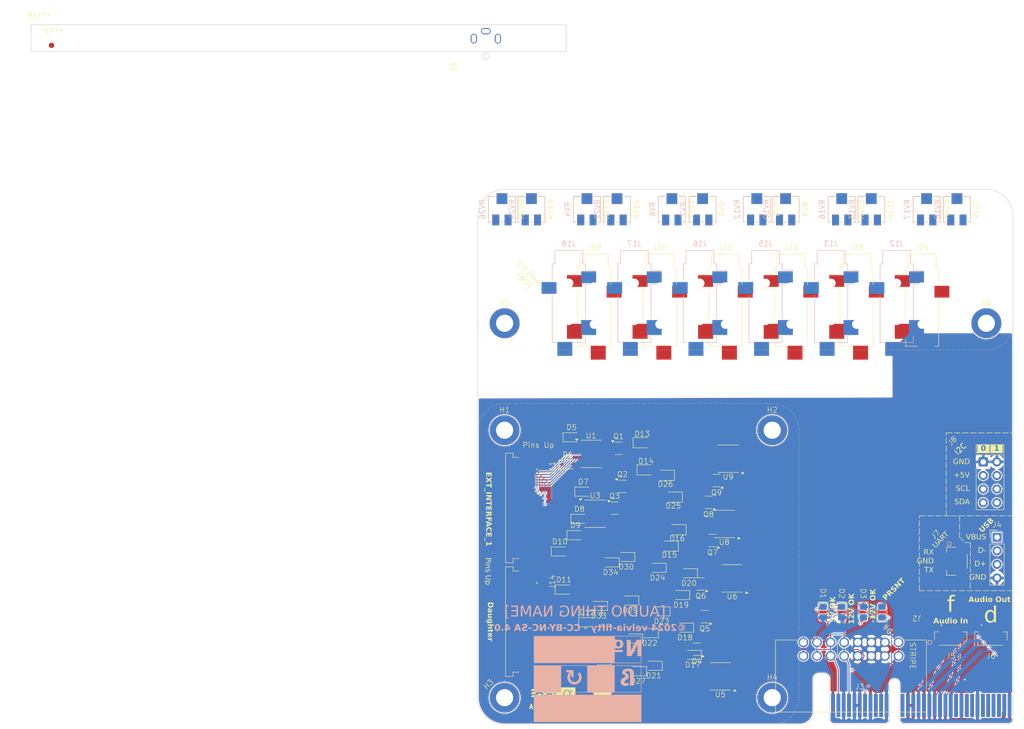
<source format=kicad_pcb>
(kicad_pcb (version 20240108) (generator "pcbnew") (generator_version "8.0")
  (layers (0 "F.Cu" signal) (31 "B.Cu" signal) (34 "B.Paste" user) (35 "F.Paste" user) (36 "B.SilkS" user "B.Silkscreen") (37 "F.SilkS" user "F.Silkscreen") (38 "B.Mask" user) (39 "F.Mask" user) (44 "Edge.Cuts" user))
  (net 0 "")
  (net 1 "GND")
  (net 2 "+5V")
  (net 3 "+12V")
  (net 4 "-12V")
  (net 5 "Net-(D4-K)")
  (net 6 "Net-(D4-A)")
  (net 7 "Net-(D1-K)")
  (net 8 "Net-(D3-A)")
  (net 9 "/Bus/CON_GATE")
  (net 10 "/Bus/CON_CV")
  (net 16 "Net-(J3-PRSNT_A)")
  (net 23 "/Bus/USB_D+")
  (net 24 "Net-(J3-Audio_In_B)")
  (net 25 "Net-(J3-Audio_Out_D)")
  (net 26 "Net-(J3-Audio_In_D)")
  (net 27 "Net-(J3-Audio_Out_B)")
  (net 28 "Net-(J3-USB_D-)")
  (net 29 "Net-(J3-Audio_Out_A)")
  (net 30 "Net-(J3-Audio_In_A)")
  (net 31 "Net-(J3-Audio_In_C)")
  (net 32 "Net-(J3-USB_5V)")
  (net 33 "Net-(J3-Audio_Out_C)")
  (net 34 "/Bus/I2C1_SDA")
  (net 35 "/Bus/I2C1_SCL")
  (net 36 "Net-(J3-UART_RX)")
  (net 37 "Net-(J3-UART_TX)")
  (net 40 "/Bus/I2C0_SDA")
  (net 42 "/Bus/I2C0_SCL")
  (net 43 "Net-(D2-K)")
  (net 62 "/EXT_JACK_T_5")
  (net 63 "/EXT_JACK_R_8")
  (net 64 "/EXT_JACK_R_7")
  (net 65 "/EXT_JACK_R_2")
  (net 66 "/EXT_JACK_TN_3")
  (net 67 "/EXT_JACK_TN_6")
  (net 68 "/EXT_JACK_TN_1")
  (net 69 "/EXT_JACK_T_6")
  (net 70 "/EXT_JACK_T_2")
  (net 71 "/EXT_JACK_T_4")
  (net 72 "/EXT_JACK_R_5")
  (net 73 "/EXT_JACK_T_7")
  (net 74 "/EXT_JACK_TN_8")
  (net 75 "/EXT_JACK_R_6")
  (net 76 "/EXT_JACK_TN_5")
  (net 77 "/EXT_JACK_TN_4")
  (net 78 "/EXT_JACK_R_4")
  (net 79 "/EXT_JACK_T_3")
  (net 80 "/EXT_JACK_TN_7")
  (net 81 "/EXT_JACK_R_3")
  (net 82 "/EXT_JACK_T_8")
  (net 83 "/EXT_JACK_TN_2")
  (net 84 "/EXT_JACK_R_1")
  (net 85 "/EXT_JACK_T_1")
  (net 86 "/DB PIN 2")
  (net 87 "/DB PIN 26")
  (net 88 "/DB PIN 23")
  (net 89 "/DB PIN 13")
  (net 90 "/DB PIN 16")
  (net 91 "/DB PIN 3")
  (net 92 "/DB PIN 8")
  (net 93 "/DB PIN 19")
  (net 94 "/DB PIN 30")
  (net 95 "/DB PIN 1")
  (net 96 "/DB PIN 20")
  (net 97 "/DB PIN 17")
  (net 98 "/DB PIN 5")
  (net 99 "/DB PIN 12")
  (net 100 "/DB PIN 10")
  (net 101 "/DB PIN 29")
  (net 102 "/DB PIN 14")
  (net 103 "/DB PIN 28")
  (net 104 "/DB PIN 7")
  (net 105 "/DB PIN 21")
  (net 106 "/DB PIN 11")
  (net 107 "/DB PIN 4")
  (net 108 "/DB PIN 27")
  (net 109 "/DB PIN 24")
  (net 110 "/DB PIN 15")
  (net 111 "/DB PIN 22")
  (net 112 "/DB PIN 9")
  (net 113 "/DB PIN 18")
  (net 114 "/DB PIN 25")
  (net 115 "/DB PIN 6")
  (footprint "Diode_SMD:D_SOD-323" (layer "F.Cu") (at 162.733589 121.661477 180)
    (property "Reference" "D19")
    (property "Value" "1N4148WS")
  )
  (footprint "AT-Footprints:Twelve_Turn_Trim_Bourns_3224J_Horizontal" (layer "F.Cu") (at 166.7625 49.55 -90)
    (property "Reference" "RV9")
    (property "Value" "Trim Pot V")
  )
  (footprint "Diode_SMD:D_SOD-323" (layer "F.Cu") (at 141.550826 97.249661)
    (property "Reference" "D6")
    (property "Value" "1N4148WS")
  )
  (footprint "LED_SMD:LED_0805_2012Metric" (layer "F.Cu") (at 159.809502 99.283979 180)
    (property "Reference" "D26")
    (property "Value" "LED")
  )
  (footprint "Diode_SMD:D_SOD-323" (layer "F.Cu") (at 145.209061 126.747272)
    (property "Reference" "D12")
    (property "Value" "1N4148WS")
  )
  (footprint "AT-Footprints:Twelve_Turn_Trim_Bourns_3224J_Horizontal" (layer "F.Cu") (at 176.87118 49.55 -90)
    (property "Reference" "RV5")
    (property "Value" "Trim Pot V")
  )
  (footprint "AT-Footprints:AMPHENOL_F33B-1A7Q1-E8C08" (layer "F.Cu") (at 220.6125 130.05)
    (property "Reference" "J6")
    (property "Value" "Audio Out")
  )
  (footprint "AT-Footprints:SMD_STEREO_CUI_SJ-3524-SMT_Horizontal" (layer "F.Cu") (at 195.5125 66.55)
    (property "Reference" "J23")
    (property "Value" "Stereo Jack - SMD HZ")
  )
  (footprint "Package_TO_SOT_SMD:SOT-363_SC-70-6" (layer "F.Cu") (at 166.409324 119.594659 180)
    (property "Reference" "Q6")
    (property "Value" "BC847BDW1")
  )
  (footprint "Diode_SMD:D_SOD-323" (layer "F.Cu") (at 164.196883 117.592841 180)
    (property "Reference" "D20")
    (property "Value" "1N4148WS")
  )
  (footprint "Connector_PCBEdge:BUS_PCIexpress_x4" (layer "F.Cu") (at 191.1125 142.3)
    (property "Reference" "J3")
    (property "Value" "~" (hide yes))
    (fp_line (start -0.65 -4.95) (end -0.65 2.95) (stroke (width 0.1)) (layer "Edge.Cuts"))
    (fp_line (start -0.65 2.95) (end -0.15 3.45) (stroke (width 0.1)) (layer "Edge.Cuts"))
    (fp_line (start -0.15 3.45) (end 10.05 3.45) (stroke (width 0.1)) (layer "Edge.Cuts"))
    (fp_line (start 10.55 -4) (end 10.55 2.95) (stroke (width 0.1)) (layer "Edge.Cuts"))
    (fp_line (start 10.55 2.95) (end 10.05 3.45) (stroke (width 0.1)) (layer "Edge.Cuts"))
    (fp_line (start 12.45 -4) (end 12.45 2.95) (stroke (width 0.1)) (layer "Edge.Cuts"))
    (fp_line (start 12.45 2.95) (end 12.95 3.45) (stroke (width 0.1)) (layer "Edge.Cuts"))
    (fp_line (start 12.95 3.45) (end 33.15 3.45) (stroke (width 0.1)) (layer "Edge.Cuts"))
    (fp_line (start 33.65 -4.95) (end 33.65 2.95) (stroke (width 0.1)) (layer "Edge.Cuts"))
    (fp_line (start 33.65 2.95) (end 33.15 3.45) (stroke (width 0.1)) (layer "Edge.Cuts"))
    (fp_arc (start 10.55 -4) (mid 11.5 -4.95) (end 12.45 -4) (stroke (width 0.1)) (layer "Edge.Cuts"))
  )
  (footprint "AT-Footprints:Twelve_Turn_Trim_Bourns_3224J_Horizontal" (layer "F.Cu") (at 161.00162 49.55 -90)
    (property "Reference" "RV11")
    (property "Value" "Trim Pot V")
  )
  (footprint "Symbol:OSHW-Logo2_7.3x6mm_SilkScreen" (layer "F.Cu") (at 148.0431 141.630501)
    (property "Reference" "REF**" (hide yes))
    (property "Value" "OSHW-Logo2_7.3x6mm_SilkScreen" (hide yes))
  )
  (footprint "Diode_SMD:D_SOD-323" (layer "F.Cu") (at 164.92853 132.850226 180)
    (property "Reference" "D17")
    (property "Value" "1N4148WS")
  )
  (footprint "Diode_SMD:D_SOD-323" (layer "F.Cu") (at 158.343707 116.575682 180)
    (property "Reference" "D24")
    (property "Value" "1N4148WS")
  )
  (footprint "AT-Footprints:Twelve_Turn_Trim_Bourns_3224J_Horizontal" (layer "F.Cu") (at 145.13206 49.55 -90)
    (property "Reference" "RV15")
    (property "Value" "Trim Pot V")
  )
  (footprint "Fiducial:Fiducial_1mm_Mask3mm" (layer "F.Cu") (at 45.1125 18.9)
    (property "Reference" "REF**")
    (property "Value" "Fiducial_1mm_Mask3mm")
  )
  (footprint "Diode_SMD:D_SOD-323" (layer "F.Cu") (at 143.01412 110.472728)
    (property "Reference" "D9")
    (property "Value" "1N4148WS")
  )
  (footprint "AT-Footprints:Twelve_Turn_Trim_Bourns_3224J_Horizontal" (layer "F.Cu") (at 198.2625 49.55 -90)
    (property "Reference" "RV21")
    (property "Value" "PTV09 Pot HZ")
  )
  (footprint "Diode_SMD:D_SOD-323" (layer "F.Cu") (at 147.369002 123.695795 180)
    (property "Reference" "D33")
    (property "Value" "1N4148WS")
  )
  (footprint "AT-Footprints:SMD_STEREO_CUI_SJ-3524-SMT_Horizontal" (layer "F.Cu") (at 171.0125 66.55)
    (property "Reference" "J21")
    (property "Value" "Stereo Jack - SMD HZ")
  )
  (footprint "Diode_SMD:D_SOD-323" (layer "F.Cu") (at 156.880413 128.78159 180)
    (property "Reference" "D22")
    (property "Value" "1N4148WS")
  )
  (footprint "AT-Footprints:AMPHENOL_SFV30R-4STE1HLF - FFC - 30 RA" (layer "F.Cu") (at 132.0431 105.380501 -90)
    (property "Reference" "J11")
    (property "Value" "EXT_INTERFACE_1")
  )
  (footprint "Diode_SMD:D_SOD-323" (layer "F.Cu") (at 157.61206 134.884544 180)
    (property "Reference" "D21")
    (property "Value" "1N4148WS")
  )
  (footprint "AT-Footprints:Twelve_Turn_Trim_Bourns_3224J_Horizontal" (layer "F.Cu") (at 150.7625 49.55 -90)
    (property "Reference" "RV14")
    (property "Value" "Trim Pot V")
  )
  (footprint "Diode_SMD:D_SOD-323" (layer "F.Cu") (at 154.685472 135.901703 180)
    (property "Reference" "D27")
    (property "Value" "1N4148WS")
  )
  (footprint "Package_TO_SOT_SMD:SOT-363_SC-70-6" (layer "F.Cu") (at 151.044737 94.230684)
    (property "Reference" "Q1")
    (property "Value" "BC847BDW1")
  )
  (footprint "Diode_SMD:D_SOD-323" (layer "F.Cu") (at 148.832296 130.815908 180)
    (property "Reference" "D32")
    (property "Value" "1N4148WS")
  )
  (footprint "LED_SMD:LED_0805_2012Metric_Pad1.15x1.40mm_HandSolder" (layer "F.Cu") (at 189.2625 124.85 -90)
    (property "Reference" "D1")
    (property "Value" "5V OK")
  )
  (footprint "Diode_SMD:D_SOD-323" (layer "F.Cu") (at 159.075354 124.712954 180)
    (property "Reference" "D23")
    (property "Value" "1N4148WS")
  )
  (footprint "LED_SMD:LED_0805_2012Metric" (layer "F.Cu") (at 161.272796 103.352615 180)
    (property "Reference" "D25")
    (property "Value" "LED")
  )
  (footprint "Diode_SMD:D_SOD-323" (layer "F.Cu") (at 149.563943 115.558523 180)
    (property "Reference" "D34")
    (property "Value" "1N4148WS")
  )
  (footprint "AT-Footprints:Twelve_Turn_Trim_Bourns_3224J_Horizontal" (layer "F.Cu") (at 182.2625 49.55 -90)
    (property "Reference" "RV8")
    (property "Value" "Trim Pot V")
  )
  (footprint "AT-Footprints:SMD_STEREO_CUI_SJ-3524-SMT_Horizontal" (layer "F.Cu") (at 183.2625 66.55)
    (property "Reference" "J22")
    (property "Value" "Stereo Jack - SMD HZ")
  )
  (footprint "LED_SMD:LED_0805_2012Metric_Pad1.15x1.40mm_HandSolder" (layer "F.Cu") (at 196.7625 124.85 -90)
    (property "Reference" "D3")
    (property "Value" "-12V OK")
  )
  (footprint "AT-Footprints:Twelve_Turn_Trim_Bourns_3224J_Horizontal" (layer "F.Cu") (at 129.2625 49.55 -90)
    (property "Reference" "RV20")
    (property "Value" "Trim Pot V")
  )
  (footprint "AT-Footprints:SMD_STEREO_CUI_SJ-3524-SMT_Horizontal" (layer "F.Cu") (at 207.7625 66.55)
    (property "Reference" "J24")
    (property "Value" "Stereo Jack - SMD HZ")
  )
  (footprint "LED_SMD:LED_0805_2012Metric_Pad1.15x1.40mm_HandSolder" (layer "F.Cu") (at 200.2625 124.85 90)
    (property "Reference" "D4")
    (property "Value" "PRSNT")
  )
  (footprint "Connector_PinHeader_2.54mm:PinHeader_1x04_P2.54mm_Vertical" (layer "F.Cu") (at 221.7625 110.85)
    (property "Reference" "J4")
    (property "Value" "USB")
  )
  (footprint "Package_SO:SOIC-8_3.9x4.9mm_P1.27mm" (layer "F.Cu") (at 170.799206 108.37841 180)
    (property "Reference" "U8")
    (property "Value" "TLC555xD")
  )
  (footprint "Package_SO:SOIC-8_3.9x4.9mm_P1.27mm" (layer "F.Cu") (at 170.067559 136.858862 180)
    (property "Reference" "U5")
    (property "Value" "TLC555xD")
  )
  (footprint "Diode_SMD:D_SOD-323" (layer "F.Cu") (at 148.100649 133.867385 180)
    (property "Reference" "D31")
    (property "Value" "1N4148WS")
  )
  (footprint "LED_SMD:LED_0805_2012Metric" (layer "F.Cu") (at 160.541149 112.507046 180)
    (property "Reference" "D15")
    (property "Value" "LED")
  )
  (footprint "Package_TO_SOT_SMD:SOT-363_SC-70-6" (layer "F.Cu") (at 151.776384 101.350797)
    (property "Reference" "Q2")
    (property "Value" "BC847BDW1")
  )
  (footprint "LED_SMD:LED_0805_2012Metric" (layer "F.Cu") (at 156.181266 98.26682)
    (property "Reference" "D14")
    (property "Value" "LED")
  )
  (footprint "MountingHole:MountingHole_3.2mm_M3_DIN965_Pad" (layer "F.Cu") (at 219.7625 70.85)
    (property "Reference" "H6")
    (property "Value" "M3")
  )
  (footprint "MountingHole:MountingHole_3.2mm_M3_DIN965_Pad" (layer "F.Cu") (at 129.7625 90.85)
    (property "Reference" "H1")
    (property "Value" "M3")
  )
  (footprint "Diode_SMD:D_SOD-323" (layer "F.Cu") (at 142.282473 92.163866)
    (property "Reference" "D5")
    (property "Value" "1N4148WS")
  )
  (footprint "Package_TO_SOT_SMD:SOT-363_SC-70-6" (layer "F.Cu") (at 168.604265 111.457387 180)
    (property "Reference" "Q7")
    (property "Value" "BC847BDW1")
  )
  (footprint "Package_TO_SOT_SMD:SOT-363_SC-70-6" (layer "F.Cu") (at 167.872618 104.337274 180)
    (property "Reference" "Q8")
    (property "Value" "BC847BDW1")
  )
  (footprint "Diode_SMD:D_SOD-323" (layer "F.Cu") (at 163.465236 127.764431 180)
    (property "Reference" "D18")
    (property "Value" "1N4148WS")
  )
  (footprint "AT-Footprints:AMPHENOL_SFV30R-4STE1HLF - FFC - 30 RA" (layer "F.Cu") (at 132.0431 126.630501 -90)
    (property "Reference" "J14")
    (property "Value" "Daughter")
  )
  (footprint "AT-Footprints:at-logo" (layer "F.Cu") (at 138.918236 138.580441)
    (property "Reference" "G***" (hide yes))
    (property "Value" "LOGO" (hide yes))
  )
  (footprint "MountingHole:MountingHole_3.2mm_M3_DIN965_Pad" (layer "F.Cu") (at 129.7625 70.85)
    (property "Reference" "H5")
    (property "Value" "M3")
  )
  (footprint "Package_SO:SOIC-8_3.9x4.9mm_P1.27mm" (layer "F.Cu") (at 171.530853 96.172502 180)
    (property "Reference" "U9")
    (property "Value" "TLC555xD")
  )
  (footprint "AT-Footprints:SJ3" (layer "F.Cu") (at 126.2625 20.9375 90)
    (property "Reference" "J9")
    (property "Value" "AudioJack3_SwitchT")
    (fp_circle (center 0 0) (end 0.6 0) (stroke (width 0.1)) (fill none) (layer "Edge.Cuts"))
  )
  (footprint "AT-Footprints:SMD_STEREO_CUI_SJ-3524-SMT_Horizontal" (layer "F.Cu") (at 146.5125 66.55)
    (property "Reference" "J19")
    (property "Value" "Stereo Jack - SMD HZ")
  )
  (footprint "Package_TO_SOT_SMD:SOT-363_SC-70-6" (layer "F.Cu") (at 165.677677 131.800567 180)
    (property "Reference" "Q4")
    (property "Value" "BC847BDW1")
  )
  (footprint "Package_TO_SOT_SMD:SOT-363_SC-70-6" (layer "F.Cu") (at 169.335912 100.268638 180)
    (property "Reference" "Q9")
    (property "Value" "BC847BDW1")
  )
  (footprint "AT-Footprints:Twelve_Turn_Trim_Bourns_3224J_Horizontal" (layer "F.Cu") (at 214.2625 49.55 -90)
    (property "Reference" "RV27")
    (property "Value" "PTV09 Pot HZ")
  )
  (footprint "LED_SMD:LED_0805_2012Metric_Pad1.15x1.40mm_HandSolder" (layer "F.Cu") (at 192.7625 124.85 -90)
    (property "Reference" "D2")
    (property "Value" "12V OK")
  )
  (footprint "MountingHole:MountingHole_3.2mm_M3_DIN965_Pad" (layer "F.Cu") (at 129.7625 140.85)
    (property "Reference" "H3")
    (property "Value" "M3")
  )
  (footprint "Package_TO_SOT_SMD:SOT-363_SC-70-6" (layer "F.Cu") (at 167.140971 125.697613 180)
    (property "Reference" "Q5")
    (property "Value" "BC847BDW1")
  )
  (footprint "Package_SO:SOIC-8_3.9x4.9mm_P1.27mm" (layer "F.Cu") (at 172.2625 118.55 180)
    (property "Reference" "U6")
    (property "Value" "TLC555xD")
  )
  (footprint "Diode_SMD:D_SOD-323" (layer "F.Cu") (at 143.745767 107.421251)
    (property "Reference" "D8")
    (property "Value" "1N4148WS")
  )
  (footprint "AT-Footprints:CONN_BM03B-SRSS-TBLFSN_JST" (layer "F.Cu") (at 214.2625 115.35 90)
    (property "Reference" "J7")
    (property "Value" "UART")
  )
  (footprint "Package_SO:SOIC-8_3.9x4.9mm_P1.27mm" (layer "F.Cu") (at 146.654855 106.464092)
    (property "Reference" "U3")
    (property "Value" "TLC555xD")
  )
  (footprint "Diode_SMD:D_SOD-323" (layer "F.Cu") (at 153.222178 122.678636 180)
    (property "Reference" "D29")
    (property "Value" "1N4148WS")
  )
  (footprint "MountingHole:MountingHole_3.2mm_M3_DIN965_Pad" (layer "F.Cu") (at 179.7625 140.85)
    (property "Reference" "H4")
    (property "Value" "M3")
  )
  (footprint "Diode_SMD:D_SOD-323" (layer "F.Cu") (at 153.953825 129.798749 180)
    (property "Reference" "D28")
    (property "Value" "1N4148WS")
  )
  (footprint "AT-Footprints:Twelve_Turn_Trim_Bourns_3224J_Horizontal" (layer "F.Cu") (at 192.74074 49.55 -90)
    (property "Reference" "RV23")
    (property "Value" "PTV09 Pot HZ")
  )
  (footprint "MountingHole:MountingHole_3.2mm_M3_DIN965_Pad" (layer "F.Cu") (at 179.7625 90.85)
    (property "Reference" "H2")
    (property "Value" "M3")
  )
  (footprint "Diode_SMD:D_SOD-323" (layer "F.Cu") (at 144.477414 102.335456)
    (property "Reference" "D7")
    (property "Value" "1N4148WS")
  )
  (footprint "LED_SMD:LED_0805_2012Metric" (layer "F.Cu") (at 155.449619 93.181025)
    (property "Reference" "D13")
    (property "Value" "LED")
  )
  (footprint "Connector_PinHeader_2.54mm:PinHeader_2x04_P2.54mm_Vertical" (layer "F.Cu") (at 219.1825 96.77)
    (property "Reference" "J8")
    (property "Value" "I2C")
  )
  (footprint "MountingHole:MountingHole_2mm" (layer "F.Cu") (at 42.7625 16.55)
    (property "Reference" "REF**")
    (property "Value" "MountingHole_2mm")
  )
  (footprint "Diode_SMD:D_SOD-323" (layer "F.Cu") (at 152.490531 114.541364 180)
    (property "Reference" "D30")
    (property "Value" "1N4148WS")
  )
  (footprint "AT-Footprints:SMD_STEREO_CUI_SJ-3524-SMT_Horizontal" (layer "F.Cu") (at 158.7625 66.55)
    (property "Reference" "J20")
    (property "Value" "Stereo Jack - SMD HZ")
  )
  (footprint "LED_SMD:LED_0805_2012Metric" (layer "F.Cu") (at 162.004443 109.455569 180)
    (property "Reference" "D16")
    (property "Value" "LED")
  )
  (footprint "Package_TO_SOT_SMD:SOT-363_SC-70-6" (layer "F.Cu") (at 150.31309 105.419433)
    (property "Reference" "Q3")
    (property "Value" "BC847BDW1")
  )
  (footprint "AT-Footprints:AMPHENOL_F33B-1A7Q1-E8C08" (layer "F.Cu") (at 213.1125 130.05)
    (property "Reference" "J5")
    (property "Value" "Audio In")
  )
  (footprint "AT-Footprints:EURORACK Right Angle" (layer "F.Cu") (at 203.3625 130.51 180)
    (property "Reference" "J2")
    (property "Value" "OPT EURO")
  )
  (footprint "Package_SO:SOIC-8_3.9x4.9mm_P1.27mm" (layer "F.Cu") (at 145.923208 95.275343)
    (property "Reference" "U1")
    (property "Value" "TLC555xD")
  )
  (footprint "AT-Footprints:Twelve_Turn_Trim_Bourns_3224J_Horizontal" (layer "F.Cu") (at 208.6103 49.55 -90)
    (property "Reference" "RV25")
    (property "Value" "PTV09 Pot HZ")
  )
  (footprint "Diode_SMD:D_SOD-323" (layer "F.Cu") (at 140.819179 120.644318)
    (property "Reference" "D11")
    (property "Value" "1N4148WS")
  )
  (footprint "AT-Footprints:Twelve_Turn_Trim_Bourns_3224J_Horizontal" (layer "F.Cu") (at 134.7625 49.55 -90)
    (property "Reference" "RV19")
    (property "Value" "Trim Pot V")
  )
  (footprint "Diode_SMD:D_SOD-323" (layer "F.Cu") (at 140.087532 113.524205)
    (property "Reference" "D10")
    (property "Value" "1N4148WS")
  )
  (footprint "Resistor_SMD:R_0805_2012Metric_Pad1.20x1.40mm_HandSolder" (layer "B.Cu") (at 200.2625 124.85 -90)
    (property "Reference" "R4")
    (property "Value" "150")
  )
  (footprint "AT-Footprints:SMD_STEREO_CUI_SJ-3524-SMT_Horizontal" (layer "B.Cu") (at 166.2625 65.85 180)
    (property "Reference" "J16")
    (property "Value" "Stereo Jack - SMD HZ")
  )
  (footprint "AT-Footprints:SMD_STEREO_CUI_SJ-3524-SMT_Horizontal" (layer "B.Cu") (at 203.0125 65.85 180)
    (property "Reference" "J12")
    (property "Value" "Stereo Jack - SMD HZ")
  )
  (footprint "AT-Footprints:SMD_STEREO_CUI_SJ-3524-SMT_Horizontal" (layer "B.Cu") (at 154.0125 65.85 180)
    (property "Reference" "J17")
    (property "Value" "Stereo Jack - SMD HZ")
  )
  (footprint "AT-Footprints:Twelve_Turn_Trim_Bourns_3224J_Horizontal" (layer "B.Cu") (at 166.7625 49.55 -90)
    (property "Reference" "RV7")
    (property "Value" "Trim Pot V")
  )
  (footprint "AT-Footprints:Twelve_Turn_Trim_Bourns_3224J_Horizontal" (layer "B.Cu") (at 145.13206 49.55 -90)
    (property "Reference" "RV4")
    (property "Value" "PTV09 Pot HZ")
  )
  (footprint "AT-Footprints:SMD_STEREO_CUI_SJ-3524-SMT_Horizontal" (layer "B.Cu") (at 141.7625 65.85 180)
    (property "Reference" "J18")
    (property "Value" "Stereo Jack - SMD HZ")
  )
  (footprint "AT-Footprints:Twelve_Turn_Trim_Bourns_3224J_Horizontal" (layer "B.Cu") (at 150.7625 49.55 -90)
    (property "Reference" "RV22")
    (property "Value" "PTV09 Pot HZ")
  )
  (footprint "Resistor_SMD:R_0805_2012Metric_Pad1.20x1.40mm_HandSolder" (layer "B.Cu") (at 189.2625 124.85 90)
    (property "Reference" "R1")
    (property "Value" "150")
  )
  (footprint "AT-Footprints:SMD_STEREO_CUI_SJ-3524-SMT_Horizontal" (layer "B.Cu") (at 178.5125 65.85 180)
    (property "Reference" "J15")
    (property "Value" "Stereo Jack - SMD HZ")
  )
  (footprint "AT-Footprints:Twelve_Turn_Trim_Bourns_3224J_Horizontal" (layer "B.Cu") (at 161.00162 49.55 -90)
    (property "Reference" "RV6")
    (property "Value" "Trim Pot V")
  )
  (footprint "AT-Footprints:Twelve_Turn_Trim_Bourns_3224J_Horizontal" (layer "B.Cu") (at 182.2625 49.55 -90)
    (property "Reference" "RV10")
    (property "Value" "Trim Pot V")
  )
  (footprint "Resistor_SMD:R_0805_2012Metric_Pad1.20x1.40mm_HandSolder" (layer "B.Cu") (at 196.7625 124.85 90)
    (property "Reference" "R3")
    (property "Value" "500")
  )
  (footprint "AT-Footprints:Twelve_Turn_Trim_Bourns_3224J_Horizontal" (layer "B.Cu") (at 198.2625 49.55 -90)
    (property "Reference" "RV13")
    (property "Value" "Trim Pot V")
  )
  (footprint "AT-Footprints:Twelve_Turn_Trim_Bourns_3224J_Horizontal" (layer "B.Cu") (at 176.87118 49.55 -90)
    (property "Reference" "RV12")
    (property "Value" "Trim Pot V")
  )
  (footprint "AT-Footprints:Twelve_Turn_Trim_Bourns_3224J_Horizontal" (layer "B.Cu") (at 208.6103 49.55 -90)
    (property "Reference" "RV17")
    (property "Value" "Trim Pot V")
  )
  (footprint "AT-Footprints:SMD_STEREO_CUI_SJ-3524-SMT_Horizontal" (layer "B.Cu") (at 190.7625 65.85 180)
    (property "Reference" "J13")
    (property "Value" "Stereo Jack - SMD HZ")
  )
  (footprint "AT-Footprints:Twelve_Turn_Trim_Bourns_3224J_Horizontal" (layer "B.Cu") (at 129.2625 49.55 -90)
    (property "Reference" "RV26")
    (property "Value" "PTV09 Pot HZ")
  )
  (footprint "AT-Footprints:Twelve_Turn_Trim_Bourns_3224J_Horizontal" (layer "B.Cu") (at 192.74074 49.55 -90)
    (property "Reference" "RV16")
    (property "Value" "Trim Pot V")
  )
  (footprint "AT-Footprints:Twelve_Turn_Trim_Bourns_3224J_Horizontal" (layer "B.Cu") (at 134.7625 49.55 -90)
    (property "Reference" "RV24")
    (property "Value" "PTV09 Pot HZ")
  )
  (footprint "AT-Footprints:Twelve_Turn_Trim_Bourns_3224J_Horizontal" (layer "B.Cu") (at 214.2625 49.55 -90)
    (property "Reference" "RV18")
    (property "Value" "Trim Pot V")
  )
  (footprint "Resistor_SMD:R_0805_2012Metric_Pad1.20x1.40mm_HandSolder" (layer "B.Cu") (at 192.7625 124.85 90)
    (property "Reference" "R2")
    (property "Value" "500")
  )
  (gr_rect (start 135.2625 134.85) (end 140.2625 139.85) (stroke (width 0.1)) (fill solid) (layer "B.SilkS"))
  (gr_poly (pts (xy 150.2625 129.35) (xy 155.2625 129.35) (xy 155.2625 134.35) (xy 150.2625 134.350001)) (stroke (width 0.1)) (fill none) (layer "B.SilkS"))
  (gr_rect (start 140.2625 134.85) (end 145.2625 139.85) (stroke (width 0.1)) (fill none) (layer "B.SilkS"))
  (gr_rect (start 150.2625 134.85) (end 155.2625 139.85) (stroke (width 0.1)) (fill none) (layer "B.SilkS"))
  (gr_poly (pts (xy 135.2625 129.35) (xy 150.2625 129.35) (xy 150.2625 134.350001) (xy 135.2625 134.35)) (stroke (width 0.1)) (fill solid) (layer "B.SilkS"))
  (gr_rect (start 145.2625 134.85) (end 150.2625 139.85) (stroke (width 0.1)) (fill solid) (layer "B.SilkS"))
  (gr_rect (start 135.2625 140.35) (end 155.2625 145.35) (stroke (width 0.1)) (fill solid) (layer "B.SilkS"))
  (gr_arc (start 179.7625 85.85) (mid 183.298034 87.314466) (end 184.7625 90.85) (stroke (width 0.1) (type dot)) (layer "F.SilkS"))
  (gr_line (start 219.7625 75.85) (end 129.7625 75.85) (stroke (width 0.1) (type dot)) (layer "F.SilkS"))
  (gr_line (start 215.7625 111.85) (end 216.7625 111.85) (stroke (width 0.1) (type dash)) (layer "F.SilkS"))
  (gr_arc (start 224.7625 70.85) (mid 223.298034 74.385534) (end 219.7625 75.85) (stroke (width 0.1) (type dot)) (layer "F.SilkS"))
  (gr_line (start 207.2625 106.85) (end 212.9191 106.85) (stroke (width 0.1) (type dash)) (layer "F.SilkS"))
  (gr_line (start 214.7625 106.85) (end 214.7625 110.85) (stroke (width 0.1) (type dash)) (layer "F.SilkS"))
  (gr_line (start 179.7625 85.85) (end 129.7625 85.85) (stroke (width 0.1) (type dot)) (layer "F.SilkS"))
  (gr_line (start 212.2625 91.35) (end 224.7625 91.35) (stroke (width 0.1) (type dash)) (layer "F.SilkS"))
  (gr_line (start 212.2625 106.85) (end 212.2625 91.35) (stroke (width 0.1) (type dash)) (layer "F.SilkS"))
  (gr_line (start 216.7625 111.85) (end 216.7625 120.85) (stroke (width 0.1) (type dash)) (layer "F.SilkS"))
  (gr_arc (start 124.7625 90.85) (mid 126.226966 87.314466) (end 129.7625 85.85) (stroke (width 0.1) (type dot)) (layer "F.SilkS"))
  (gr_line (start 214.7625 110.85) (end 215.7625 111.85) (stroke (width 0.1) (type dash)) (layer "F.SilkS"))
  (gr_arc (start 129.7625 75.85) (mid 126.226966 74.385534) (end 124.7625 70.85) (stroke (width 0.1) (type dot)) (layer "F.SilkS"))
  (gr_arc (start 184.7625 140.85) (mid 183.298034 144.385534) (end 179.7625 145.85) (stroke (width 0.1) (type dot)) (layer "F.SilkS"))
  (gr_line (start 184.7625 90.85) (end 184.7625 140.85) (stroke (width 0.1) (type dot)) (layer "F.SilkS"))
  (gr_line (start 224.7625 106.85) (end 212.9191 106.85) (stroke (width 0.1) (type dash)) (layer "F.SilkS"))
  (gr_line (start 224.7625 120.85) (end 207.2625 120.85) (stroke (width 0.1) (type dash)) (layer "F.SilkS"))
  (gr_line (start 207.2625 120.85) (end 207.2625 106.85) (stroke (width 0.1) (type dash)) (layer "F.SilkS"))
  (gr_line (start 184.9625 145.85) (end 129.7625 145.85) (stroke (width 0.1)) (layer "Edge.Cuts"))
  (gr_line (start 188.4625 136.35) (end 189.4625 136.35) (stroke (width 0.1)) (layer "Edge.Cuts"))
  (gr_line (start 219.7625 45.85) (end 129.7625 45.85) (stroke (width 0.1)) (layer "Edge.Cuts"))
  (gr_line (start 224.7625 137.35) (end 224.7625 50.85) (stroke (width 0.1)) (layer "Edge.Cuts"))
  (gr_arc (start 187.4625 143.35) (mid 186.730267 145.117767) (end 184.9625 145.85) (stroke (width 0.1)) (layer "Edge.Cuts"))
  (gr_rect (start 41.2625 15.05) (end 141.2625 20.05) (stroke (width 0.1)) (fill none) (layer "Edge.Cuts"))
  (gr_line (start 124.7625 140.85) (end 124.7625 50.85) (stroke (width 0.1)) (layer "Edge.Cuts"))
  (gr_arc (start 189.4625 136.35) (mid 190.169607 136.642893) (end 190.4625 137.35) (stroke (width 0.1)) (layer "Edge.Cuts"))
  (gr_arc (start 219.7625 45.85) (mid 223.298034 47.314466) (end 224.7625 50.85) (stroke (width 0.1)) (layer "Edge.Cuts"))
  (gr_arc (start 124.7625 50.85) (mid 126.226966 47.314466) (end 129.7625 45.85) (stroke (width 0.1)) (layer "Edge.Cuts"))
  (gr_arc (start 129.7625 145.85) (mid 126.226966 144.385534) (end 124.7625 140.85) (stroke (width 0.1)) (layer "Edge.Cuts"))
  (gr_line (start 187.4625 143.35) (end 187.4625 137.35) (stroke (width 0.1)) (layer "Edge.Cuts"))
  (gr_arc (start 187.4625 137.35) (mid 187.755393 136.642893) (end 188.4625 136.35) (stroke (width 0.1)) (layer "Edge.Cuts"))
  (gr_text "Nº" (at 152.7625 131.85 0) (layer "B.SilkS") (effects (font (size 3 3) (thickness 0.3) (bold yes)) (justify mirror)))
  (gr_text "\n\n" (at 153.7625 135.85 0) (layer "B.SilkS") (effects (font (size 1 1) (thickness 0.1)) (justify left bottom mirror)))
  (gr_text "©2024 velvia-fifty - CC-BY-NC-SA 4.0" (at 145.7625 127.85 0) (layer "B.SilkS") (effects (font (size 1.25 1.25) (thickness 0.25) (bold yes)) (justify mirror)))
  (gr_text "↺" (at 142.7625 137.35 0) (layer "B.SilkS") (effects (font (size 3 3) (thickness 0.3) (bold yes)) (justify mirror)))
  (gr_text "ß" (at 152.7625 137.35 0) (layer "B.SilkS") (effects (font (size 3 3) (thickness 0.3) (bold yes)) (justify mirror)))
  (gr_text "[AUDIO THING NAME]" (at 144.7625 124.85 0) (layer "B.SilkS") (effects (font (size 2 2) (thickness 0.1)) (justify mirror)))
  (gr_text "D-" (at 219.7625 113.35 0) (layer "F.SilkS") (effects (font (size 1 1) (thickness 0.1)) (justify right)))
  (gr_text "| 0 | 1 |" (at 220.4525 94.27 0) (layer "F.SilkS" knockout) (effects (font (size 1 1) (thickness 0.2) (bold yes))))
  (gr_text "GND" (at 219.7625 118.35 0) (layer "F.SilkS") (effects (font (size 1 1) (thickness 0.1)) (justify right)))
  (gr_text "SDA" (at 216.6825 104.27 0) (layer "F.SilkS") (effects (font (size 1 1) (thickness 0.1)) (justify right)))
  (gr_text "GND" (at 209.9591 115.35 0) (layer "F.SilkS") (effects (font (size 1 1) (thickness 0.1)) (justify right)))
  (gr_text "VBUS" (at 219.7625 110.85 0) (layer "F.SilkS") (effects (font (size 1 1) (thickness 0.1)) (justify right)))
  (gr_text "RX" (at 209.9591 113.687059 0) (layer "F.SilkS") (effects (font (size 1 1) (thickness 0.1)) (justify right)))
  (gr_text "SCL" (at 216.6825 101.77 0) (layer "F.SilkS") (effects (font (size 1 1) (thickness 0.1)) (justify right)))
  (gr_text "∅3.2mm \n{M3}" (at 133.9191 62.35 315) (layer "F.SilkS") (effects (font (size 1 1) (thickness 0.1875))))
  (gr_text "+5V" (at 216.6825 99.27 0) (layer "F.SilkS") (effects (font (size 1 1) (thickness 0.1)) (justify right)))
  (gr_text "TX" (at 209.9591 117.012941 0) (layer "F.SilkS") (effects (font (size 1 1) (thickness 0.1)) (justify right)))
  (gr_text "d" (at 220.6125 125.55 0) (layer "F.SilkS") (effects (font (size 3 3) (thickness 0.1875))))
  (gr_text "GND" (at 216.7225 96.77 0) (layer "F.SilkS") (effects (font (size 1 1) (thickness 0.1)) (justify right)))
  (gr_text "f" (at 213.1125 123.55 0) (layer "F.SilkS") (effects (font (size 3 3) (thickness 0.1875))))
  (gr_text "D+" (at 219.7625 115.85 0) (layer "F.SilkS") (effects (font (size 1 1) (thickness 0.1)) (justify right)))
  (segment (start 214.362 124.11) (end 210.138 119.886) (width 0.1524) (layer "F.Cu") (net 1))
  (segment (start 206.112 142.3) (end 206.112 140.058) (width 0.1524) (layer "F.Cu") (net 1))
  (segment (start 134.7431 105.630001) (end 134.6931 105.63) (width 0.1524) (layer "F.Cu") (net 1))
  (segment (start 179.569 122) (end 170.419 112.85) (width 0.1524) (layer "F.Cu") (net 1))
  (segment (start 220.362 128.3) (end 220.362 129.35) (width 0.1524) (layer "F.Cu") (net 1))
  (segment (start 210.914 130.863) (end 211.124 130.47) (width 0.1524) (layer "F.Cu") (net 1))
  (segment (start 208.269 139.053) (end 208.734 137.522) (width 0.1524) (layer "F.Cu") (net 1))
  (segment (start 213.554 137.982) (end 213.924 136.763) (width 0.1524) (layer "F.Cu") (net 1))
  (segment (start 134.932101 101.63) (end 133.9541 101.63) (width 0.1524) (layer "F.Cu") (net 1))
  (segment (start 215.582 120.825) (end 211.405 116.648) (width 0.1524) (layer "F.Cu") (net 1))
  (segment (start 213.362 129.248) (end 213.362 129.059) (width 0.1524) (layer "F.Cu") (net 1))
  (segment (start 214.362 128.98) (end 214.362 128.406) (width 0.1524) (layer "F.Cu") (net 1))
  (segment (start 133.9541 101.63) (end 133.9241 101.599999) (width 0.1524) (layer "F.Cu") (net 1))
  (segment (start 218.058 122.795) (end 215.554 122.795) (width 0.1524) (layer "F.Cu") (net 1))
  (segment (start 215.554 122.795) (end 210.883 118.124) (width 0.1524) (layer "F.Cu") (net 1))
  (segment (start 207.211 135.941) (end 208.81 133.547) (width 0.1524) (layer "F.Cu") (net 1))
  (segment (start 220.362 129.35) (end 220.362 128.3) (width 0.1524) (layer "F.Cu") (net 1))
  (segment (start 215.761 122) (end 211.18 117.419) (width 0.1524) (layer "F.Cu") (net 1))
  (segment (start 211.899 131.867) (end 212.245 130.724) (width 0.1524) (layer "F.Cu") (net 1))
  (segment (start 209.262 122) (end 179.569 122) (width 0.1524) (layer "F.Cu") (net 1))
  (segment (start 210.138 119.886) (end 180.455 119.886) (width 0.1524) (layer "F.Cu") (net 1))
  (segment (start 211.253 130.043) (end 211.343 129.594) (width 0.1524) (layer "F.Cu") (net 1))
  (segment (start 210.112 142.11) (end 210.112 142.148) (width 0.1524) (layer "F.Cu") (net 1))
  (segment (start 213.45 138.233) (end 213.554 137.982) (width 0.1524) (layer "F.Cu") (net 1))
  (segment (start 211.028 133.544) (end 211.809 132.082) (width 0.1524) (layer "F.Cu") (net 1))
  (segment (start 190.449 118.124) (end 187.01 114.684) (width 0.1524) (layer "F.Cu") (net 1))
  (segment (start 214.362 128.385) (end 214.362 124.11) (width 0.1524) (layer "F.Cu") (net 1))
  (segment (start 190.741 117.419) (end 187.714 114.392) (width 0.1524) (layer "F.Cu") (net 1))
  (segment (start 214.08 135.978) (end 214.361 133.124) (width 0.1524) (layer "F.Cu") (net 1))
  (segment (start 210.112 141.466) (end 210.127 141.315) (width 0.1524) (layer "F.Cu") (net 1))
  (segment (start 179.864 121.295) (end 170.419 111.85) (width 0.1524) (layer "F.Cu") (net 1))
  (segment (start 212.362 129.983) (end 212.362 128.624) (width 0.1524) (layer "F.Cu") (net 1))
  (segment (start 220.362 129.35) (end 220.362 130.115) (width 0.1524) (layer "F.Cu") (net 1))
  (segment (start 212.362 128.624) (end 212.362 128.623) (width 0.1524) (layer "F.Cu") (net 1))
  (segment (start 210.17 141.098) (end 210.342 140.531) (width 0.1524) (layer "F.Cu") (net 1))
  (segment (start 212.112 142.3) (end 212.112 141.618) (width 0.1524) (layer "F.Cu") (net 1))
  (segment (start 212.362 124.103) (end 209.554 121.295) (width 0.1524) (layer "F.Cu") (net 1))
  (segment (start 208.734 137.522) (end 208.953 136.993) (width 0.1524) (layer "F.Cu") (net 1))
  (segment (start 213.362 132.472) (end 213.362 129.248) (width 0.1524) (layer "F.Cu") (net 1))
  (segment (start 212.245 130.724) (end 212.332 130.286) (width 0.1524) (layer "F.Cu") (net 1))
  (segment (start 134.1981 98.130001) (end 134.4431 98.130001) (width 0.1524) (layer "F.Cu") (net 1))
  (segment (start 134.7491 105.130001) (end 134.7181 105.130001) (width 0.1524) (layer "F.Cu") (net 1))
  (segment (start 211.362 128.55) (end 211.362 128.5) (width 0.1524) (layer "F.Cu") (net 1))
  (segment (start 206.258 138.578) (end 206.387 137.927) (width 0.1524) (layer "F.Cu") (net 1))
  (segment (start 134.1371 98.13) (end 134.1981 98.130001) (width 0.1524) (layer "F.Cu") (net 1))
  (segment (start 219.362 128.3) (end 219.362 125.1) (width 0.1524) (layer "F.Cu") (net 1))
  (segment (start 187.01 114.684) (end 187.01 107.44) (width 0.1524) (layer "F.Cu") (net 1))
  (segment (start 133.9241 101.599999) (end 133.7311 101.6) (width 0.1524) (layer "F.Cu") (net 1))
  (segment (start 216.408 121.295) (end 215.938 120.825) (width 0.1524) (layer "F.Cu") (net 1))
  (segment (start 211.18 117.419) (end 190.741 117.419) (width 0.1524) (layer "F.Cu") (net 1))
  (segment (start 220.289 125.026) (end 218.058 122.795) (width 0.1524) (layer "F.Cu") (net 1))
  (segment (start 213.362 124.107) (end 209.846 120.59) (width 0.1524) (layer "F.Cu") (net 1))
  (segment (start 222.362 125.1) (end 218.558 121.295) (width 0.1524) (layer "F.Cu") (net 1))
  (segment (start 134.4431 112.63) (end 134.9321 112.63) (width 0.1524) (layer "F.Cu") (net 1))
  (segment (start 212.362 128.623) (end 212.362 128.606) (width 0.1524) (layer "F.Cu") (net 1))
  (segment (start 219.362 128.85) (end 219.362 128.3) (width 0.1524) (layer "F.Cu") (net 1))
  (segment (start 222.362 128.3) (end 222.362 129.3) (width 0.1524) (layer "F.Cu") (net 1))
  (segment (start 134.1371 98.13) (end 134.1981 98.130001) (width 0.1524) (layer "F.Cu") (net 1))
  (segment (start 134.6931 105.63) (end 134.6431 105.63) (width 0.1524) (layer "F.Cu") (net 1))
  (segment (start 219.362 128.85) (end 219.362 129.4) (width 0.1524) (layer "F.Cu") (net 1))
  (segment (start 211.405 116.648) (end 190.967 116.648) (width 0.1524) (layer "F.Cu") (net 1))
  (segment (start 187.01 107.44) (end 186.419 106.85) (width 0.1524) (layer "F.Cu") (net 1))
  (segment (start 209.646 132.528) (end 210.483 131.508) (width 0.1524) (layer "F.Cu") (net 1))
  (segment (start 211.362 128.55) (end 211.362 128.5) (width 0.1524) (layer "F.Cu") (net 1))
  (segment (start 188.419 114.1) (end 188.419 108.1) (width 0.1524) (layer "F.Cu") (net 1))
  (segment (start 219.362 125.1) (end 217.762 123.5) (width 0.1524) (layer "F.Cu") (net 1))
  (segment (start 212.985 134.748) (end 213.288 133.223) (width 0.1524) (layer "F.Cu") (net 1))
  (segment (start 215.738 137.49) (end 217.272 137.49) (width 0.1524) (layer "F.Cu") (net 1))
  (segment (start 186.305 114.976) (end 186.305 108.236) (width 0.1524) (layer "F.Cu") (net 1))
  (segment (start 212.758 139.529) (end 213.45 138.233) (width 0.1524) (layer "F.Cu") (net 1))
  (segment (start 134.7181 105.130001) (end 134.688101 105.130001) (width 0.1524) (layer "F.Cu") (net 1))
  (segment (start 208.112 140.764) (end 208.112 141.071) (width 0.1524) (layer "F.Cu") (net 1))
  (segment (start 209.846 120.59) (end 180.16 120.59) (width 0.1524) (layer "F.Cu") (net 1))
  (segment (start 212.332 130.286) (end 212.362 129.983) (width 0.1524) (layer "F.Cu") (net 1))
  (segment (start 211.406 138.561) (end 212.384 136.732) (width 0.1524) (layer "F.Cu") (net 1))
  (segment (start 212.384 136.732) (end 212.985 134.748) (width 0.1524) (layer "F.Cu") (net 1))
  (segment (start 134.7491 105.130001) (end 134.7181 105.130001) (width 0.1524) (layer "F.Cu") (net 1))
  (segment (start 210.342 140.531) (end 210.491 140.17) (width 0.1524) (layer "F.Cu") (net 1))
  (segment (start 212.156 141.167) (end 212.17 141.098) (width 0.1524) (layer "F.Cu") (net 1))
  (segment (start 222.362 128.3) (end 222.362 125.1) (width 0.1524) (layer "F.Cu") (net 1))
  (segment (start 214.361 128.982) (end 214.362 128.98) (width 0.1524) (layer "F.Cu") (net 1))
  (segment (start 211.343 129.594) (end 211.362 129.396) (width 0.1524) (layer "F.Cu") (net 1))
  (segment (start 221.362 125.1) (end 218.262 122) (width 0.1524) (layer "F.Cu") (net 1))
  (segment (start 210.491 140.17) (end 211.137 138.963) (width 0.1524) (layer "F.Cu") (net 1))
  (segment (start 134.6431 105.63) (end 134.4431 105.630001) (width 0.1524) (layer "F.Cu") (net 1))
  (segment (start 208.81 133.547) (end 209.646 132.528) (width 0.1524) (layer "F.Cu") (net 1))
  (segment (start 180.455 119.886) (end 170.419 109.85) (width 0.1524) (layer "F.Cu") (net 1))
  (segment (start 210.483 131.508) (end 210.914 130.863) (width 0.1524) (layer "F.Cu") (net 1))
  (segment (start 220.289 130.189) (end 220.289 125.026) (width 0.1524) (layer "F.Cu") (net 1))
  (segment (start 210.591 118.828) (end 190.157 118.828) (width 0.1524) (layer "F.Cu") (net 1))
  (segment (start 133.709101 98.130001) (end 134.1371 98.13) (width 0.1524) (layer "F.Cu") (net 1))
  (segment (start 208.953 136.993) (end 209.867 135.282) (width 0.1524) (layer "F.Cu") (net 1))
  (segment (start 210.112 142.148) (end 210.112 142.11) (width 0.1524) (layer "F.Cu") (net 1))
  (segment (start 221.362 131.4) (end 220.762 132) (width 0.1524) (layer "F.Cu") (net 1))
  (segment (start 213.362 129.248) (end 213.362 129.059) (width 0.1524) (layer "F.Cu") (net 1))
  (segment (start 211.137 138.963) (end 211.406 138.561) (width 0.1524) (layer "F.Cu") (net 1))
  (segment (start 212.362 128.624) (end 212.362 128.623) (width 0.1524) (layer "F.Cu") (net 1))
  (segment (start 220.362 130.115) (end 220.289 130.189) (width 0.1524) (layer "F.Cu") (net 1))
  (segment (start 134.6931 105.63) (end 134.6431 105.63) (width 0.1524) (layer "F.Cu") (net 1))
  (segment (start 211.362 128.5) (end 211.362 124.1) (width 0.1524) (layer "F.Cu") (net 1))
  (segment (start 218.558 121.295) (end 216.408 121.295) (width 0.1524) (layer "F.Cu") (net 1))
  (segment (start 208.112 140.764) (end 208.112 141.071) (width 0.1524) (layer "F.Cu") (net 1))
  (segment (start 212.362 128.623) (end 212.362 128.606) (width 0.1524) (layer "F.Cu") (net 1))
  (segment (start 190.157 118.828) (end 186.305 114.976) (width 0.1524) (layer "F.Cu") (net 1))
  (segment (start 186.305 108.236) (end 185.624 107.555) (width 0.1524) (layer "F.Cu") (net 1))
  (segment (start 221.362 128.3) (end 221.362 129.85) (width 0.1524) (layer "F.Cu") (net 1))
  (segment (start 208.112 140.456) (end 208.232 139.239) (width 0.1524) (layer "F.Cu") (net 1))
  (segment (start 220.362 128.3) (end 220.362 129.35) (width 0.1524) (layer "F.Cu") (net 1))
  (segment (start 212.362 128.606) (end 212.362 124.103) (width 0.1524) (layer "F.Cu") (net 1))
  (segment (start 221.362 129.85) (end 221.362 128.3) (width 0.1524) (layer "F.Cu") (net 1))
  (segment (start 217.762 123.5) (end 215.262 123.5) (width 0.1524) (layer "F.Cu") (net 1))
  (segment (start 220.362 129.35) (end 220.362 130.115) (width 0.1524) (layer "F.Cu") (net 1))
  (segment (start 219.362 129.4) (end 218.762 130) (width 0.1524) (layer "F.Cu") (net 1))
  (segment (start 218.262 122) (end 215.761 122) (width 0.1524) (layer "F.Cu") (net 1))
  (segment (start 206.701 136.894) (end 207.211 135.941) (width 0.1524) (layer "F.Cu") (net 1))
  (segment (start 221.362 128.3) (end 221.362 125.1) (width 0.1524) (layer "F.Cu") (net 1))
  (segment (start 210.95 133.662) (end 211.028 133.544) (width 0.1524) (layer "F.Cu") (net 1))
  (segment (start 206.387 137.927) (end 206.701 136.894) (width 0.1524) (layer "F.Cu") (net 1))
  (segment (start 190.967 116.648) (end 188.419 114.1) (width 0.1524) (layer "F.Cu") (net 1))
  (segment (start 213.288 133.223) (end 213.362 132.472) (width 0.1524) (layer "F.Cu") (net 1))
  (segment (start 214.361 133.124) (end 214.361 128.982) (width 0.1524) (layer "F.Cu") (net 1))
  (segment (start 211.809 132.082) (end 211.899 131.867) (width 0.1524) (layer "F.Cu") (net 1))
  (segment (start 214.362 128.406) (end 214.362 128.385) (width 0.1524) (layer "F.Cu") (net 1))
  (segment (start 210.127 141.315) (end 210.17 141.098) (width 0.1524) (layer "F.Cu") (net 1))
  (segment (start 209.554 121.295) (end 179.864 121.295) (width 0.1524) (layer "F.Cu") (net 1))
  (segment (start 212.112 141.618) (end 212.156 141.167) (width 0.1524) (layer "F.Cu") (net 1))
  (segment (start 208.112 140.764) (end 208.112 140.456) (width 0.1524) (layer "F.Cu") (net 1))
  (segment (start 220.362 130.115) (end 220.362 130.4) (width 0.1524) (layer "F.Cu") (net 1))
  (segment (start 134.7181 105.130001) (end 134.688101 105.130001) (width 0.1524) (layer "F.Cu") (net 1))
  (segment (start 215.938 120.825) (end 215.582 120.825) (width 0.1524) (layer "F.Cu") (net 1))
  (segment (start 214.362 128.406) (end 214.362 128.385) (width 0.1524) (layer "F.Cu") (net 1))
  (segment (start 210.112 142.148) (end 210.112 142.3) (width 0.1524) (layer "F.Cu") (net 1))
  (segment (start 222.362 129.3) (end 222.362 132.4) (width 0.1524) (layer "F.Cu") (net 1))
  (segment (start 208.112 141.071) (end 208.112 142.3) (width 0.1524) (layer "F.Cu") (net 1))
  (segment (start 209.867 135.282) (end 210.95 133.662) (width 0.1524) (layer "F.Cu") (net 1))
  (segment (start 210.112 142.11) (end 210.112 141.466) (width 0.1524) (layer "F.Cu") (net 1))
  (segment (start 215.262 123.5) (end 210.591 118.828) (width 0.1524) (layer "F.Cu") (net 1))
  (segment (start 217.272 137.49) (end 221.762 133) (width 0.1524) (layer "F.Cu") (net 1))
  (segment (start 222.362 132.4) (end 221.762 133) (width 0.1524) (layer "F.Cu") (net 1))
  (segment (start 134.688101 105.130001) (end 134.4431 105.13) (width 0.1524) (layer "F.Cu") (net 1))
  (segment (start 213.362 129.059) (end 213.362 124.107) (width 0.1524) (layer "F.Cu") (net 1))
  (segment (start 220.362 130.4) (end 219.762 131) (width 0.1524) (layer "F.Cu") (net 1))
  (segment (start 212.342 140.531) (end 212.758 139.529) (width 0.1524) (layer "F.Cu") (net 1))
  (segment (start 210.883 118.124) (end 190.449 118.124) (width 0.1524) (layer "F.Cu") (net 1))
  (segment (start 211.124 130.47) (end 211.253 130.043) (width 0.1524) (layer "F.Cu") (net 1))
  (segment (start 211.362 129.396) (end 211.362 128.55) (width 0.1524) (layer "F.Cu") (net 1))
  (segment (start 222.362 129.3) (end 222.362 128.3) (width 0.1524) (layer "F.Cu") (net 1))
  (segment (start 134.8451 105.13) (end 134.7491 105.130001) (width 0.1524) (layer "F.Cu") (net 1))
  (segment (start 213.924 136.763) (end 214.08 135.978) (width 0.1524) (layer "F.Cu") (net 1))
  (segment (start 208.232 139.239) (end 208.269 139.053) (width 0.1524) (layer "F.Cu") (net 1))
  (segment (start 219.362 128.3) (end 219.362 128.85) (width 0.1524) (layer "F.Cu") (net 1))
  (segment (start 221.362 129.85) (end 221.362 131.4) (width 0.1524) (layer "F.Cu") (net 1))
  (segment (start 187.714 114.392) (end 187.714 107.645) (width 0.1524) (layer "F.Cu") (net 1))
  (segment (start 212.17 141.098) (end 212.342 140.531) (width 0.1524) (layer "F.Cu") (net 1))
  (segment (start 206.112 140.058) (end 206.258 138.578) (width 0.1524) (layer "F.Cu") (net 1))
  (segment (start 211.362 124.1) (end 209.262 122) (width 0.1524) (layer "F.Cu") (net 1))
  (segment (start 180.16 120.59) (end 170.419 110.85) (width 0.1524) (layer "F.Cu") (net 1))
  (via (at 220.762 132) (size 0.46) (drill 0.3) (layers "F.Cu" "B.Cu") (net 1))
  (via (at 219.762 131) (size 0.46) (drill 0.3) (layers "F.Cu" "B.Cu") (net 1))
  (via (at 221.762 133) (size 0.46) (drill 0.3) (layers "F.Cu" "B.Cu") (net 1))
  (via (at 218.762 130) (size 0.46) (drill 0.3) (layers "F.Cu" "B.Cu") (net 1))
  (via (at 215.738 137.49) (size 0.46) (drill 0.3) (layers "F.Cu" "B.Cu") (net 1))
  (segment (start 220.657 132.105) (end 220.762 132) (width 0.1524) (layer "B.Cu") (net 1))
  (segment (start 219.465 131.297) (end 219.762 131) (width 0.1524) (layer "B.Cu") (net 1))
  (segment (start 192.762 128.078) (end 192.762 125.85) (width 0.1524) (layer "B.Cu") (net 1))
  (segment (start 213.112 142.3) (end 213.112 139.872) (width 0.1524) (layer "B.Cu") (net 1))
  (segment (start 211.112 142.3) (end 211.112 139.872) (width 0.1524) (layer "B.Cu") (net 1))
  (segment (start 213.356 139.872) (end 215.738 137.49) (width 0.1524) (layer "B.Cu") (net 1))
  (segment (start 209.112 142.3) (end 209.112 139.872) (width 0.1524) (layer "B.Cu") (net 1))
  (segment (start 211.112 139.872) (end 218.879 132.105) (width 0.1524) (layer "B.Cu") (net 1))
  (segment (start 216.913 130.072) (end 218.69 130.072) (width 0.1524) (layer "B.Cu") (net 1))
  (segment (start 217.688 131.297) (end 219.465 131.297) (width 0.1524) (layer "B.Cu") (net 1))
  (segment (start 213.112 139.872) (end 213.356 139.872) (width 0.1524) (layer "B.Cu") (net 1))
  (segment (start 218.69 130.072) (end 218.762 130) (width 0.1524) (layer "B.Cu") (net 1))
  (segment (start 207.112 142.3) (end 207.112 139.872) (width 0.1524) (layer "B.Cu") (net 1))
  (segment (start 218.879 132.105) (end 220.657 132.105) (width 0.1524) (layer "B.Cu") (net 1))
  (segment (start 207.112 139.872) (end 216.913 130.072) (width 0.1524) (layer "B.Cu") (net 1))
  (segment (start 209.112 139.872) (end 217.688 131.297) (width 0.1524) (layer "B.Cu") (net 1))
  (segment (start 191.025 133.412) (end 191.388 133.775) (width 0.1524) (layer "F.Cu") (net 2))
  (segment (start 192.1125 142.3) (end 192.1125 139.2705) (width 0.1524) (layer "F.Cu") (net 2))
  (segment (start 191.0245 133.412) (end 190.6625 133.05) (width 0.1524) (layer "F.Cu") (net 2))
  (segment (start 190.662 128.265) (end 190.662 128.8265) (width 0.1524) (layer "F.Cu") (net 2))
  (segment (start 189.7 125.438) (end 190.755 125.001) (width 0.1524) (layer "F.Cu") (net 2))
  (segment (start 189.962 126.575) (end 190.662 128.265) (width 0.1524) (layer "F.Cu") (net 2))
  (segment (start 192.1125 139.2705) (end 192.112 139.27) (width 0.1524) (layer "F.Cu") (net 2))
  (segment (start 189.262 125.875) (end 189.2625 125.875) (width 0.1524) (layer "F.Cu") (net 2))
  (segment (start 190.662 128.8265) (end 190.662 129.388) (width 0.1524) (layer "F.Cu") (net 2))
  (segment (start 189.2625 125.875) (end 189.7 125.875) (width 0.1524) (layer "F.Cu") (net 2))
  (segment (start 192.112 135.525) (end 192.112 139.27) (width 0.1524) (layer "F.Cu") (net 2))
  (segment (start 190.662 128.8265) (end 190.6625 128.827) (width 0.1524) (layer "F.Cu") (net 2))
  (segment (start 189.7 125.875) (end 189.7 126.312) (width 0.1524) (layer "F.Cu") (net 2))
  (segment (start 189.7 126.312) (end 189.962 126.575) (width 0.1524) (layer "F.Cu") (net 2))
  (segment (start 190.6625 128.827) (end 190.6625 130.51) (width 0.1524) (layer "F.Cu") (net 2))
  (segment (start 191.025 133.412) (end 191.0245 133.412) (width 0.1524) (layer "F.Cu") (net 2))
  (segment (start 191.388 133.775) (end 192.112 135.525) (width 0.1524) (layer "F.Cu") (net 2))
  (segment (start 190.755 125.001) (end 191.664 125.001) (width 0.1524) (layer "F.Cu") (net 2))
  (segment (start 189.7 125.875) (end 189.7 125.438) (width 0.1524) (layer "F.Cu") (net 2))
  (segment (start 192.112 137.2185) (end 192.1125 137.219) (width 0.1524) (layer "B.Cu") (net 2))
  (segment (start 191.025 133.412) (end 191.388 133.775) (width 0.1524) (layer "B.Cu") (net 2))
  (segment (start 191.388 133.775) (end 192.112 135.525) (width 0.1524) (layer "B.Cu") (net 2))
  (segment (start 190.662 132.0759) (end 190.6625 132.0754) (width 0.1524) (layer "B.Cu") (net 2))
  (segment (start 192.112 135.525) (end 192.112 137.2185) (width 0.1524) (layer "B.Cu") (net 2))
  (segment (start 190.662 133.05) (end 190.662 132.0759) (width 0.1524) (layer "B.Cu") (net 2))
  (segment (start 190.8435 133.231) (end 190.6625 133.05) (width 0.1524) (layer "B.Cu") (net 2))
  (segment (start 192.112 137.2185) (end 192.112 138.912) (width 0.1524) (layer "B.Cu") (net 2))
  (segment (start 191.025 133.412) (end 190.8435 133.231) (width 0.1524) (layer "B.Cu") (net 2))
  (segment (start 190.6625 132.0754) (end 190.6625 130.51) (width 0.1524) (layer "B.Cu") (net 2))
  (segment (start 190.8435 133.231) (end 190.662 133.05) (width 0.1524) (layer "B.Cu") (net 2))
  (segment (start 190.662 132.0759) (end 190.662 131.78) (width 0.1524) (layer "B.Cu") (net 2))
  (segment (start 192.1125 137.219) (end 192.1125 142.3) (width 0.1524) (layer "B.Cu") (net 2))
  (segment (start 190.8435 133.231) (end 190.662 133.05) (width 0.1524) (layer "B.Cu") (net 2))
  (segment (start 191.025 133.412) (end 190.8435 133.231) (width 0.1524) (layer "B.Cu") (net 2))
  (segment (start 193.202 126.626) (end 193.202 127.519) (width 0.1524) (layer "F.Cu") (net 3))
  (segment (start 194.112 139.166) (end 194.1125 139.1665) (width 0.1524) (layer "F.Cu") (net 3))
  (segment (start 192.762 125.875) (end 192.762 125.8755) (width 0.1524) (layer "F.Cu") (net 3))
  (segment (start 192.762 125.8755) (end 192.7625 125.875) (width 0.1524) (layer "F.Cu") (net 3))
  (segment (start 193.202 129.461) (end 193.2025 129.4615) (width 0.1524) (layer "F.Cu") (net 3))
  (segment (start 193.2025 129.4615) (end 193.2025 130.51) (width 0.1524) (layer "F.Cu") (net 3))
  (segment (start 192.763 125.876) (end 192.982 126.095) (width 0.1524) (layer "F.Cu") (net 3))
  (segment (start 194.112 134.603) (end 193.657 133.505) (width 0.1524) (layer "F.Cu") (net 3))
  (segment (start 193.202 127.52) (end 193.202 128.412) (width 0.1524) (layer "F.Cu") (net 3))
  (segment (start 194.1125 139.1665) (end 194.1125 142.3) (width 0.1524) (layer "F.Cu") (net 3))
  (segment (start 192.762 125.876) (end 192.763 125.876) (width 0.1524) (layer "F.Cu") (net 3))
  (segment (start 192.982 126.095) (end 193.202 126.626) (width 0.1524) (layer "F.Cu") (net 3))
  (segment (start 194.112 139.166) (end 194.112 134.603) (width 0.1524) (layer "F.Cu") (net 3))
  (segment (start 193.2023 133.0502) (end 193.202 133.05) (width 0.1524) (layer "F.Cu") (net 3))
  (segment (start 193.202 127.519) (end 193.202 127.52) (width 0.1524) (layer "F.Cu") (net 3))
  (segment (start 193.202 127.519) (end 193.202 127.52) (width 0.1524) (layer "F.Cu") (net 3))
  (segment (start 193.657 133.505) (end 193.2023 133.0502) (width 0.1524) (layer "F.Cu") (net 3))
  (segment (start 193.202 128.412) (end 193.202 129.461) (width 0.1524) (layer "F.Cu") (net 3))
  (segment (start 193.202 129.461) (end 193.202 130.51) (width 0.1524) (layer "F.Cu") (net 3))
  (segment (start 193.2025 133.05) (end 193.2023 133.0502) (width 0.1524) (layer "F.Cu") (net 3))
  (segment (start 192.762 125.8755) (end 192.762 125.876) (width 0.1524) (layer "F.Cu") (net 3))
  (segment (start 194.112 142.3) (end 194.112 139.166) (width 0.1524) (layer "F.Cu") (net 3))
  (segment (start 193.202 127.52) (end 193.202 128.412) (width 0.1524) (layer "F.Cu") (net 3))
  (segment (start 194.112 137.6) (end 194.112 139.166) (width 0.1524) (layer "B.Cu") (net 3))
  (segment (start 193.202 132.415) (end 193.202 132.414) (width 0.1524) (layer "B.Cu") (net 3))
  (segment (start 193.202 131.145) (end 193.2025 131.1445) (width 0.1524) (layer "B.Cu") (net 3))
  (segment (start 193.202 132.7325) (end 193.202 132.415) (width 0.1524) (layer "B.Cu") (net 3))
  (segment (start 193.202 132.7325) (end 193.2025 132.733) (width 0.1524) (layer "B.Cu") (net 3))
  (segment (start 194.112 137.6) (end 194.112 139.166) (width 0.1524) (layer "B.Cu") (net 3))
  (segment (start 193.202 133.05) (end 193.202 132.7325) (width 0.1524) (layer "B.Cu") (net 3))
  (segment (start 193.657 133.505) (end 194.112 134.603) (width 0.1524) (layer "B.Cu") (net 3))
  (segment (start 193.203 133.0505) (end 193.203 133.051) (width 0.1524) (layer "B.Cu") (net 3))
  (segment (start 193.202 132.415) (end 193.202 132.414) (width 0.1524) (layer "B.Cu") (net 3))
  (segment (start 193.2025 131.1445) (end 193.2025 130.51) (width 0.1524) (layer "B.Cu") (net 3))
  (segment (start 193.2025 132.733) (end 193.2025 133.05) (width 0.1524) (layer "B.Cu") (net 3))
  (segment (start 194.112 140.733) (end 194.1125 140.7335) (width 0.1524) (layer "B.Cu") (net 3))
  (segment (start 194.112 140.733) (end 194.112 142.3) (width 0.1524) (layer "B.Cu") (net 3))
  (segment (start 194.1125 140.7335) (end 194.1125 142.3) (width 0.1524) (layer "B.Cu") (net 3))
  (segment (start 193.2025 133.05) (end 193.203 133.0505) (width 0.1524) (layer "B.Cu") (net 3))
  (segment (start 194.112 137.599) (end 194.112 137.6) (width 0.1524) (layer "B.Cu") (net 3))
  (segment (start 194.112 137.599) (end 194.112 137.6) (width 0.1524) (layer "B.Cu") (net 3))
  (segment (start 193.202 131.145) (end 193.202 130.51) (width 0.1524) (layer "B.Cu") (net 3))
  (segment (start 193.203 133.051) (end 193.657 133.505) (width 0.1524) (layer "B.Cu") (net 3))
  (segment (start 193.202 132.414) (end 193.202 131.78) (width 0.1524) (layer "B.Cu") (net 3))
  (segment (start 193.202 131.78) (end 193.202 131.145) (width 0.1524) (layer "B.Cu") (net 3))
  (segment (start 194.112 134.603) (end 194.112 137.599) (width 0.1524) (layer "B.Cu") (net 3))
  (segment (start 193.202 132.414) (end 193.202 131.78) (width 0.1524) (layer "B.Cu") (net 3))
  (segment (start 194.112 139.166) (end 194.112 140.733) (width 0.1524) (layer "B.Cu") (net 3))
  (segment (start 202.978 133.434) (end 202.593 133.819) (width 0.1524) (layer "F.Cu") (net 4))
  (segment (start 197.112 142.3) (end 197.112 140.9985) (width 0.1524) (layer "F.Cu") (net 4))
  (segment (start 196.762 123.8465) (end 196.7625 123.846) (width 0.1524) (layer "F.Cu") (net 4))
  (segment (start 196.7625 123.846) (end 196.7625 123.825) (width 0.1524) (layer "F.Cu") (net 4))
  (segment (start 196.762 123.878) (end 196.762 123.868) (width 0.1524) (layer "F.Cu") (net 4))
  (segment (start 203.17 130.318) (end 203.362 130.51) (width 0.1524) (layer "F.Cu") (net 4))
  (segment (start 203.362 133.05) (end 203.17 133.242) (width 0.1524) (layer "F.Cu") (net 4))
  (segment (start 197.149 139.448) (end 197.28 139.132) (width 0.1524) (layer "F.Cu") (net 4))
  (segment (start 197.1125 140.999) (end 197.1125 142.3) (width 0.1524) (layer "F.Cu") (net 4))
  (segment (start 197.112 139.697) (end 197.13 139.652) (width 0.1524) (layer "F.Cu") (net 4))
  (segment (start 202.978 130.126) (end 203.17 130.318) (width 0.1524) (layer "F.Cu") (net 4))
  (segment (start 202.594 133.819) (end 202.978 133.434) (width 0.1524) (layer "F.Cu") (net 4))
  (segment (start 196.762 123.868) (end 196.762 123.8465) (width 0.1524) (layer "F.Cu") (net 4))
  (segment (start 202.978 130.126) (end 202.593 129.741) (width 0.1524) (layer "F.Cu") (net 4))
  (segment (start 197.112 140.9985) (end 197.1125 140.999) (width 0.1524) (layer "F.Cu") (net 4))
  (segment (start 203.17 133.242) (end 202.978 133.434) (width 0.1524) (layer "F.Cu") (net 4))
  (segment (start 203.17 133.242) (end 203.1705 133.242) (width 0.1524) (layer "F.Cu") (net 4))
  (segment (start 197.28 139.132) (end 202.593 133.819) (width 0.1524) (layer "F.Cu") (net 4))
  (segment (start 202.593 133.819) (end 202.594 133.819) (width 0.1524) (layer "F.Cu") (net 4))
  (segment (start 203.17 130.318) (end 203.362 130.51) (width 0.1524) (layer "F.Cu") (net 4))
  (segment (start 196.762 123.8465) (end 196.762 123.825) (width 0.1524) (layer "F.Cu") (net 4))
  (segment (start 202.594 129.741) (end 202.978 130.126) (width 0.1524) (layer "F.Cu") (net 4))
  (segment (start 197.112 140.9985) (end 197.112 139.697) (width 0.1524) (layer "F.Cu") (net 4))
  (segment (start 196.777 123.925) (end 196.762 123.889) (width 0.1524) (layer "F.Cu") (net 4))
  (segment (start 203.17 133.242) (end 203.362 133.05) (width 0.1524) (layer "F.Cu") (net 4))
  (segment (start 202.593 129.741) (end 202.594 129.741) (width 0.1524) (layer "F.Cu") (net 4))
  (segment (start 202.978 133.434) (end 203.17 133.242) (width 0.1524) (layer "F.Cu") (net 4))
  (segment (start 196.762 123.889) (end 196.762 123.878) (width 0.1524) (layer "F.Cu") (net 4))
  (segment (start 197.13 139.652) (end 197.149 139.634) (width 0.1524) (layer "F.Cu") (net 4))
  (segment (start 203.17 130.318) (end 203.1705 130.318) (width 0.1524) (layer "F.Cu") (net 4))
  (segment (start 203.17 130.318) (end 202.978 130.126) (width 0.1524) (layer "F.Cu") (net 4))
  (segment (start 203.1705 133.242) (end 203.3625 133.05) (width 0.1524) (layer "F.Cu") (net 4))
  (segment (start 197.149 139.634) (end 197.149 139.448) (width 0.1524) (layer "F.Cu") (net 4))
  (segment (start 196.762 123.878) (end 196.762 123.868) (width 0.1524) (layer "F.Cu") (net 4))
  (segment (start 202.978 133.434) (end 203.17 133.242) (width 0.1524) (layer "F.Cu") (net 4))
  (segment (start 203.17 133.242) (end 203.362 133.05) (width 0.1524) (layer "F.Cu") (net 4))
  (segment (start 202.978 130.126) (end 203.17 130.318) (width 0.1524) (layer "F.Cu") (net 4))
  (segment (start 202.593 129.741) (end 196.777 123.925) (width 0.1524) (layer "F.Cu") (net 4))
  (segment (start 203.1705 130.318) (end 203.3625 130.51) (width 0.1524) (layer "F.Cu") (net 4))
  (segment (start 203.362 130.51) (end 203.17 130.318) (width 0.1524) (layer "F.Cu") (net 4))
  (via (at 197.149 139.634) (size 0.46) (drill 0.3) (layers "F.Cu" "B.Cu") (net 4))
  (segment (start 197.149 139.634) (end 197.13 139.652) (width 0.1524) (layer "B.Cu") (net 4))
  (segment (start 203.3625 130.51) (end 203.362 130.51) (width 0.1524) (layer "B.Cu") (net 4))
  (segment (start 197.13 139.652) (end 197.112 139.697) (width 0.1524) (layer "B.Cu") (net 4))
  (segment (start 197.112 140.342) (end 197.112 140.985) (width 0.1524) (layer "B.Cu") (net 4))
  (segment (start 197.112 140.985) (end 197.112 141.6425) (width 0.1524) (layer "B.Cu") (net 4))
  (segment (start 203.362 133.05) (end 203.362 131.78) (width 0.1524) (layer "B.Cu") (net 4))
  (segment (start 197.112 141.6425) (end 197.1125 141.643) (width 0.1524) (layer "B.Cu") (net 4))
  (segment (start 197.112 141.6425) (end 197.112 142.3) (width 0.1524) (layer "B.Cu") (net 4))
  (segment (start 203.362 131.78) (end 203.3625 131.7805) (width 0.1524) (layer "B.Cu") (net 4))
  (segment (start 197.1125 141.643) (end 197.1125 142.3) (width 0.1524) (layer "B.Cu") (net 4))
  (segment (start 197.112 140.341) (end 197.112 140.342) (width 0.1524) (layer "B.Cu") (net 4))
  (segment (start 197.112 140.341) (end 197.112 140.342) (width 0.1524) (layer "B.Cu") (net 4))
  (segment (start 197.112 140.342) (end 197.112 140.985) (width 0.1524) (layer "B.Cu") (net 4))
  (segment (start 197.112 139.697) (end 197.112 140.341) (width 0.1524) (layer "B.Cu") (net 4))
  (segment (start 203.3625 131.7805) (end 203.3625 133.05) (width 0.1524) (layer "B.Cu") (net 4))
  (segment (start 203.362 131.78) (end 203.362 130.51) (width 0.1524) (layer "B.Cu") (net 4))
  (segment (start 200.264 125.877) (end 200.263 125.876) (width 0.1524) (layer "F.Cu") (net 5))
  (segment (start 200.263 125.876) (end 200.262 125.876) (width 0.1524) (layer "F.Cu") (net 5))
  (segment (start 200.262 125.8755) (end 200.262 125.875) (width 0.1524) (layer "F.Cu") (net 5))
  (segment (start 200.268 125.879) (end 200.264 125.877) (width 0.1524) (layer "F.Cu") (net 5))
  (segment (start 200.262 125.876) (end 200.262 125.8755) (width 0.1524) (layer "F.Cu") (net 5))
  (segment (start 200.262 125.8755) (end 200.2625 125.875) (width 0.1524) (layer "F.Cu") (net 5))
  (segment (start 201.423 125.879) (end 200.268 125.879) (width 0.1524) (layer "F.Cu") (net 5))
  (via (at 201.423 125.879) (size 0.46) (drill 0.3) (layers "F.Cu" "B.Cu") (net 5))
  (segment (start 201.408 125.864) (end 201.373 125.85) (width 0.1524) (layer "B.Cu") (net 5))
  (segment (start 201.373 125.85) (end 200.2625 125.85) (width 0.1524) (layer "B.Cu") (net 5))
  (segment (start 201.423 125.879) (end 201.408 125.864) (width 0.1524) (layer "B.Cu") (net 5))
  (segment (start 200.2625 125.85) (end 200.262 125.85) (width 0.1524) (layer "B.Cu") (net 5))
  (segment (start 189.0785 124.009) (end 189.2625 123.825) (width 0.1524) (layer "F.Cu") (net 7))
  (segment (start 189.078 124.009) (end 189.262 123.825) (width 0.1524) (layer "F.Cu") (net 7))
  (segment (start 188.746 124.254) (end 188.894 124.193) (width 0.1524) (layer "F.Cu") (net 7))
  (segment (start 189.078 124.009) (end 189.0785 124.009) (width 0.1524) (layer "F.Cu") (net 7))
  (segment (start 188.111 124.316) (end 188.599 124.316) (width 0.1524) (layer "F.Cu") (net 7))
  (segment (start 188.599 124.316) (end 188.746 124.254) (width 0.1524) (layer "F.Cu") (net 7))
  (segment (start 188.894 124.193) (end 189.078 124.009) (width 0.1524) (layer "F.Cu") (net 7))
  (segment (start 188.746 124.254) (end 188.833 124.254) (width 0.1524) (layer "F.Cu") (net 7))
  (segment (start 188.833 124.254) (end 188.894 124.193) (width 0.1524) (layer "F.Cu") (net 7))
  (via (at 188.111 124.316) (size 0.46) (drill 0.3) (layers "F.Cu" "B.Cu") (net 7))
  (segment (start 188.905 123.85) (end 188.344 124.083) (width 0.1524) (layer "B.Cu") (net 7))
  (segment (start 188.344 124.083) (end 188.111 124.316) (width 0.1524) (layer "B.Cu") (net 7))
  (segment (start 189.262 123.85) (end 188.905 123.85) (width 0.1524) (layer "B.Cu") (net 7))
  (segment (start 189.2625 123.85) (end 189.262 123.85) (width 0.1524) (layer "B.Cu") (net 7))
  (segment (start 196.762 126.198) (end 196.762 126.134) (width 0.1524) (layer "F.Cu") (net 8))
  (segment (start 196.762 126.0045) (end 196.762 125.875) (width 0.1524) (layer "F.Cu") (net 8))
  (segment (start 196.762 126.198) (end 196.762 126.134) (width 0.1524) (layer "F.Cu") (net 8))
  (segment (start 196.671 126.483) (end 196.762 126.263) (width 0.1524) (layer "F.Cu") (net 8))
  (segment (start 196.7625 126.004) (end 196.7625 125.875) (width 0.1524) (layer "F.Cu") (net 8))
  (segment (start 196.762 126.263) (end 196.762 126.198) (width 0.1524) (layer "F.Cu") (net 8))
  (segment (start 196.248 126.906) (end 196.671 126.483) (width 0.1524) (layer "F.Cu") (net 8))
  (segment (start 196.762 126.0045) (end 196.7625 126.004) (width 0.1524) (layer "F.Cu") (net 8))
  (segment (start 196.762 126.134) (end 196.762 126.0045) (width 0.1524) (layer "F.Cu") (net 8))
  (via (at 196.248 126.906) (size 0.46) (drill 0.3) (layers "F.Cu" "B.Cu") (net 8))
  (segment (start 196.601 126.011) (end 196.602 126.011) (width 0.1524) (layer "B.Cu") (net 8))
  (segment (start 196.602 126.011) (end 196.762 125.85) (width 0.1524) (layer "B.Cu") (net 8))
  (segment (start 196.248 126.906) (end 196.248 126.635) (width 0.1524) (layer "B.Cu") (net 8))
  (segment (start 196.248 126.635) (end 196.44 126.172) (width 0.1524) (layer "B.Cu") (net 8))
  (segment (start 196.44 126.172) (end 196.601 126.011) (width 0.1524) (layer "B.Cu") (net 8))
  (segment (start 196.762 125.85) (end 196.601 126.011) (width 0.1524) (layer "B.Cu") (net 8))
  (segment (start 196.7625 125.85) (end 196.762 125.85) (width 0.1524) (layer "B.Cu") (net 8))
  (segment (start 185.582 129.948) (end 185.5825 129.9485) (width 0.1524) (layer "F.Cu") (net 9))
  (segment (start 184.774 122.705) (end 179.274 122.705) (width 0.1524) (layer "F.Cu") (net 9))
  (segment (start 185.5825 129.9485) (end 185.5825 130.51) (width 0.1524) (layer "F.Cu") (net 9))
  (segment (start 194.785 135.702) (end 194.889 135.659) (width 0.1524) (layer "F.Cu") (net 9))
  (segment (start 185.582 129.948) (end 185.582 123.513) (width 0.1524) (layer "F.Cu") (net 9))
  (segment (start 185.5825 133.0495) (end 185.5825 133.05) (width 0.1524) (layer "F.Cu") (net 9))
  (segment (start 196.924 133.052) (end 196.568 132.19) (width 0.1524) (layer "F.Cu") (net 9))
  (segment (start 194.724 135.702) (end 194.785 135.702) (width 0.1524) (layer "F.Cu") (net 9))
  (segment (start 196.924 133.086) (end 196.924 133.052) (width 0.1524) (layer "F.Cu") (net 9))
  (segment (start 187.659 131.833) (end 186.191 132.441) (width 0.1524) (layer "F.Cu") (net 9))
  (segment (start 179.274 122.705) (end 170.419 113.85) (width 0.1524) (layer "F.Cu") (net 9))
  (segment (start 196.543 134.005) (end 196.924 133.086) (width 0.1524) (layer "F.Cu") (net 9))
  (segment (start 186.191 132.441) (end 185.5825 133.0495) (width 0.1524) (layer "F.Cu") (net 9))
  (segment (start 194.889 135.659) (end 196.543 134.005) (width 0.1524) (layer "F.Cu") (net 9))
  (segment (start 185.582 130.51) (end 185.582 129.948) (width 0.1524) (layer "F.Cu") (net 9))
  (segment (start 195.706 131.833) (end 187.659 131.833) (width 0.1524) (layer "F.Cu") (net 9))
  (segment (start 185.582 123.513) (end 184.774 122.705) (width 0.1524) (layer "F.Cu") (net 9))
  (segment (start 196.568 132.19) (end 195.706 131.833) (width 0.1524) (layer "F.Cu") (net 9))
  (segment (start 185.5825 133.0495) (end 185.582 133.05) (width 0.1524) (layer "F.Cu") (net 9))
  (via (at 194.724 135.702) (size 0.46) (drill 0.3) (layers "F.Cu" "B.Cu") (net 9))
  (segment (start 185.582 132.415) (end 185.582 133.05) (width 0.1524) (layer "B.Cu") (net 9))
  (segment (start 185.582 131.621) (end 185.582 131.462) (width 0.1524) (layer "B.Cu") (net 9))
  (segment (start 198.817 139.795) (end 199.003 139.872) (width 0.1524) (layer "B.Cu") (net 9))
  (segment (start 185.582 131.145) (end 185.582 130.8275) (width 0.1524) (layer "B.Cu") (net 9))
  (segment (start 185.582 132.415) (end 185.5825 132.4155) (width 0.1524) (layer "B.Cu") (net 9))
  (segment (start 199.112 141.693) (end 199.112 142.3) (width 0.1524) (layer "B.Cu") (net 9))
  (segment (start 185.582 131.78) (end 185.582 132.415) (width 0.1524) (layer "B.Cu") (net 9))
  (segment (start 199.1125 141.6935) (end 199.1125 142.3) (width 0.1524) (layer "B.Cu") (net 9))
  (segment (start 185.582 130.8275) (end 185.582 130.51) (width 0.1524) (layer "B.Cu") (net 9))
  (segment (start 185.582 131.621) (end 185.582 131.622) (width 0.1524) (layer "B.Cu") (net 9))
  (segment (start 185.5825 132.4155) (end 185.5825 133.05) (width 0.1524) (layer "B.Cu") (net 9))
  (segment (start 199.112 141.693) (end 199.1125 141.6935) (width 0.1524) (layer "B.Cu") (net 9))
  (segment (start 199.112 140.534) (end 199.112 141.086) (width 0.1524) (layer "B.Cu") (net 9))
  (segment (start 185.582 131.462) (end 185.582 131.145) (width 0.1524) (layer "B.Cu") (net 9))
  (segment (start 199.112 140.534) (end 199.112 141.086) (width 0.1524) (layer "B.Cu") (net 9))
  (segment (start 185.582 131.462) (end 185.582 131.145) (width 0.1524) (layer "B.Cu") (net 9))
  (segment (start 185.582 131.78) (end 185.582 131.622) (width 0.1524) (layer "B.Cu") (net 9))
  (segment (start 185.582 131.622) (end 185.582 131.621) (width 0.1524) (layer "B.Cu") (net 9))
  (segment (start 185.5825 130.827) (end 185.5825 130.51) (width 0.1524) (layer "B.Cu") (net 9))
  (segment (start 185.582 130.8275) (end 185.5825 130.827) (width 0.1524) (layer "B.Cu") (net 9))
  (segment (start 194.724 135.702) (end 198.817 139.795) (width 0.1524) (layer "B.Cu") (net 9))
  (segment (start 199.112 139.981) (end 199.112 140.534) (width 0.1524) (layer "B.Cu") (net 9))
  (segment (start 185.582 131.622) (end 185.582 131.78) (width 0.1524) (layer "B.Cu") (net 9))
  (segment (start 199.003 139.872) (end 199.112 139.981) (width 0.1524) (layer "B.Cu") (net 9))
  (segment (start 199.112 141.086) (end 199.112 141.693) (width 0.1524) (layer "B.Cu") (net 9))
  (segment (start 179.422 122.352) (end 170.419 113.35) (width 0.1524) (layer "F.Cu") (net 10))
  (segment (start 187.3531 129.7411) (end 186.419 128.807) (width 0.1524) (layer "F.Cu") (net 10))
  (segment (start 188.122 130.51) (end 187.3531 129.7411) (width 0.1524) (layer "F.Cu") (net 10))
  (segment (start 184.922 122.352) (end 179.422 122.352) (width 0.1524) (layer "F.Cu") (net 10))
  (segment (start 186.419 128.807) (end 186.419 123.85) (width 0.1524) (layer "F.Cu") (net 10))
  (segment (start 186.419 123.85) (end 184.922 122.352) (width 0.1524) (layer "F.Cu") (net 10))
  (segment (start 187.3536 129.7411) (end 188.1225 130.51) (width 0.1524) (layer "F.Cu") (net 10))
  (segment (start 187.3531 129.7411) (end 187.3536 129.7411) (width 0.1524) (layer "F.Cu") (net 10))
  (segment (start 200.725 138.224) (end 200.112 139.702) (width 0.1524) (layer "B.Cu") (net 10))
  (segment (start 188.122 130.228) (end 188.122 130.51) (width 0.1524) (layer "B.Cu") (net 10))
  (segment (start 188.122 129.944) (end 188.122 130.227) (width 0.1524) (layer "B.Cu") (net 10))
  (segment (start 191.505 125.524) (end 193.132 124.85) (width 0.1524) (layer "B.Cu") (net 10))
  (segment (start 202.041 124.873) (end 202.041 135.544) (width 0.1524) (layer "B.Cu") (net 10))
  (segment (start 188.122 129.943) (end 188.122 129.944) (width 0.1524) (layer "B.Cu") (net 10))
  (segment (start 200.112 140.135) (end 200.112 140.136) (width 0.1524) (layer "B.Cu") (net 10))
  (segment (start 188.122 130.228) (end 188.122 130.51) (width 0.1524) (layer "B.Cu") (net 10))
  (segment (start 202.041 135.544) (end 201.076 137.872) (width 0.1524) (layer "B.Cu") (net 10))
  (segment (start 200.087 122.92) (end 201.468 123.492) (width 0.1524) (layer "B.Cu") (net 10))
  (segment (start 200.112 139.702) (end 200.112 140.135) (width 0.1524) (layer "B.Cu") (net 10))
  (segment (start 201.076 137.872) (end 200.725 138.224) (width 0.1524) (layer "B.Cu") (net 10))
  (segment (start 188.1225 131.7805) (end 188.1225 133.05) (width 0.1524) (layer "B.Cu") (net 10))
  (segment (start 188.122 129.942) (end 188.122 129.425) (width 0.1524) (layer "B.Cu") (net 10))
  (segment (start 197.379 122.92) (end 200.087 122.92) (width 0.1524) (layer "B.Cu") (net 10))
  (segment (start 195.049 123.885) (end 197.379 122.92) (width 0.1524) (layer "B.Cu") (net 10))
  (segment (start 200.1125 141.4345) (end 200.1125 142.3) (width 0.1524) (layer "B.Cu") (net 10))
  (segment (start 200.112 140.136) (end 200.112 140.568) (width 0.1524) (layer "B.Cu") (net 10))
  (segment (start 193.132 124.85) (end 194.758 124.176) (width 0.1524) (layer "B.Cu") (net 10))
  (segment (start 188.122 131.78) (end 188.1225 131.7805) (width 0.1524) (layer "B.Cu") (net 10))
  (segment (start 188.122 131.145) (end 188.1225 131.1445) (width 0.1524) (layer "B.Cu") (net 10))
  (segment (start 188.122 130.228) (end 188.122 130.51) (width 0.1524) (layer "B.Cu") (net 10))
  (segment (start 188.122 129.944) (end 188.122 130.227) (width 0.1524) (layer "B.Cu") (net 10))
  (segment (start 188.122 129.943) (end 188.122 129.942) (width 0.1524) (layer "B.Cu") (net 10))
  (segment (start 188.122 130.227) (end 188.122 130.228) (width 0.1524) (layer "B.Cu") (net 10))
  (segment (start 200.112 141.434) (end 200.1125 141.4345) (width 0.1524) (layer "B.Cu") (net 10))
  (segment (start 188.122 130.227) (end 188.122 130.228) (width 0.1524) (layer "B.Cu") (net 10))
  (segment (start 194.758 124.176) (end 195.049 123.885) (width 0.1524) (layer "B.Cu") (net 10))
  (segment (start 200.112 140.135) (end 200.112 140.136) (width 0.1524) (layer "B.Cu") (net 10))
  (segment (start 188.122 133.05) (end 188.122 131.78) (width 0.1524) (layer "B.Cu") (net 10))
  (segment (start 188.1225 131.1445) (end 188.1225 130.51) (width 0.1524) (layer "B.Cu") (net 10))
  (segment (start 200.112 141.434) (end 200.112 142.3) (width 0.1524) (layer "B.Cu") (net 10))
  (segment (start 188.122 129.425) (end 188.488 128.541) (width 0.1524) (layer "B.Cu") (net 10))
  (segment (start 188.122 130.227) (end 188.122 130.228) (width 0.1524) (layer "B.Cu") (net 10))
  (segment (start 188.122 131.145) (end 188.122 130.51) (width 0.1524) (layer "B.Cu") (net 10))
  (segment (start 188.122 129.943) (end 188.122 129.944) (width 0.1524) (layer "B.Cu") (net 10))
  (segment (start 188.488 128.541) (end 191.505 125.524) (width 0.1524) (layer "B.Cu") (net 10))
  (segment (start 188.122 129.942) (end 188.122 129.943) (width 0.1524) (layer "B.Cu") (net 10))
  (segment (start 200.112 140.136) (end 200.112 140.568) (width 0.1524) (layer "B.Cu") (net 10))
  (segment (start 188.122 131.78) (end 188.122 131.145) (width 0.1524) (layer "B.Cu") (net 10))
  (segment (start 200.112 140.568) (end 200.112 141.434) (width 0.1524) (layer "B.Cu") (net 10))
  (segment (start 201.468 123.492) (end 202.041 124.873) (width 0.1524) (layer "B.Cu") (net 10))
  (segment (start 199.166 124.947) (end 199.293 124.8195) (width 0.1524) (layer "B.Cu") (net 16))
  (segment (start 199.293 124.8195) (end 199.42 124.692) (width 0.1524) (layer "B.Cu") (net 16))
  (segment (start 191.112 139.136) (end 191.112 136.522) (width 0.1524) (layer "B.Cu") (net 16))
  (segment (start 191.112 139.136) (end 191.1125 139.1365) (width 0.1524) (layer "B.Cu") (net 16))
  (segment (start 192.99 128.942) (end 196.838 127.348) (width 0.1524) (layer "B.Cu") (net 16))
  (segment (start 189.467 132.548) (end 189.467 130.734) (width 0.1524) (layer "B.Cu") (net 16))
  (segment (start 191.112 136.522) (end 190.29 134.535) (width 0.1524) (layer "B.Cu") (net 16))
  (segment (start 191.258 128.942) (end 192.99 128.942) (width 0.1524) (layer "B.Cu") (net 16))
  (segment (start 200.2625 123.85) (end 199.293 124.8195) (width 0.1524) (layer "B.Cu") (net 16))
  (segment (start 199.114 125.072) (end 199.14 125.01) (width 0.1524) (layer "B.Cu") (net 16))
  (segment (start 199.14 125.01) (end 199.166 124.947) (width 0.1524) (layer "B.Cu") (net 16))
  (segment (start 191.112 141.75) (end 191.112 139.136) (width 0.1524) (layer "B.Cu") (net 16))
  (segment (start 191.1125 139.1365) (end 191.1125 141.75) (width 0.1524) (layer "B.Cu") (net 16))
  (segment (start 196.838 127.348) (end 199.114 125.072) (width 0.1524) (layer "B.Cu") (net 16))
  (segment (start 189.992 129.467) (end 191.258 128.942) (width 0.1524) (layer "B.Cu") (net 16))
  (segment (start 189.467 130.734) (end 189.992 129.467) (width 0.1524) (layer "B.Cu") (net 16))
  (segment (start 190.29 134.535) (end 189.467 132.548) (width 0.1524) (layer "B.Cu") (net 16))
  (segment (start 212.832 130.301) (end 212.862 129.996) (width 0.1524) (layer "F.Cu") (net 24))
  (segment (start 211.57 133.886) (end 212.395 131.895) (width 0.1524) (layer "F.Cu") (net 24))
  (segment (start 209.1125 141.686) (end 209.1125 142.3) (width 0.1524) (layer "F.Cu") (net 24))
  (segment (start 212.862 128.624) (end 212.862 128.623) (width 0.1524) (layer "F.Cu") (net 24))
  (segment (start 209.268 139.055) (end 209.733 137.525) (width 0.1524) (layer "F.Cu") (net 24))
  (segment (start 209.112 140.764) (end 209.112 140.457) (width 0.1524) (layer "F.Cu") (net 24))
  (segment (start 212.862 128.623) (end 212.862 128.608) (width 0.1524) (layer "F.Cu") (net 24))
  (segment (start 209.232 139.241) (end 209.268 139.055) (width 0.1524) (layer "F.Cu") (net 24))
  (segment (start 212.862 128.608) (end 212.862 126.3565) (width 0.1524) (layer "F.Cu") (net 24))
  (segment (start 209.112 141.071) (end 209.112 141.6855) (width 0.1524) (layer "F.Cu") (net 24))
  (segment (start 180.012 120.943) (end 170.419 111.35) (width 0.1524) (layer "F.Cu") (net 24))
  (segment (start 212.395 131.895) (end 212.744 130.743) (width 0.1524) (layer "F.Cu") (net 24))
  (segment (start 209.112 141.6855) (end 209.112 142.3) (width 0.1524) (layer "F.Cu") (net 24))
  (segment (start 209.112 140.457) (end 209.232 139.241) (width 0.1524) (layer "F.Cu") (net 24))
  (segment (start 209.733 137.525) (end 210.405 135.903) (width 0.1524) (layer "F.Cu") (net 24))
  (segment (start 210.405 135.903) (end 210.771 135.219) (width 0.1524) (layer "F.Cu") (net 24))
  (segment (start 212.862 126.3565) (end 212.8625 126.357) (width 0.1524) (layer "F.Cu") (net 24))
  (segment (start 212.862 129.996) (end 212.862 128.624) (width 0.1524) (layer "F.Cu") (net 24))
  (segment (start 212.862 126.3565) (end 212.862 124.105) (width 0.1524) (layer "F.Cu") (net 24))
  (segment (start 212.744 130.743) (end 212.832 130.301) (width 0.1524) (layer "F.Cu") (net 24))
  (segment (start 209.112 141.6855) (end 209.1125 141.686) (width 0.1524) (layer "F.Cu") (net 24))
  (segment (start 211.204 134.57) (end 211.57 133.886) (width 0.1524) (layer "F.Cu") (net 24))
  (segment (start 211.204 134.571) (end 211.204 134.57) (width 0.1524) (layer "F.Cu") (net 24))
  (segment (start 212.862 128.623) (end 212.862 128.608) (width 0.1524) (layer "F.Cu") (net 24))
  (segment (start 209.112 140.764) (end 209.112 141.071) (width 0.1524) (layer "F.Cu") (net 24))
  (segment (start 212.862 128.624) (end 212.862 128.623) (width 0.1524) (layer "F.Cu") (net 24))
  (segment (start 212.862 124.105) (end 209.7 120.943) (width 0.1524) (layer "F.Cu") (net 24))
  (segment (start 212.8625 126.357) (end 212.8625 128.3) (width 0.1524) (layer "F.Cu") (net 24))
  (segment (start 209.7 120.943) (end 180.012 120.943) (width 0.1524) (layer "F.Cu") (net 24))
  (segment (start 209.112 140.764) (end 209.112 141.071) (width 0.1524) (layer "F.Cu") (net 24))
  (segment (start 210.771 135.219) (end 211.204 134.571) (width 0.1524) (layer "F.Cu") (net 24))
  (segment (start 221.862 130.1) (end 221.862 131.9) (width 0.1524) (layer "F.Cu") (net 25))
  (segment (start 221.862 128.3) (end 221.862 125.102) (width 0.1524) (layer "F.Cu") (net 25))
  (segment (start 221.862 125.102) (end 218.408 121.648) (width 0.1524) (layer "F.Cu") (net 25))
  (segment (start 221.862 131.9) (end 221.262 132.5) (width 0.1524) (layer "F.Cu") (net 25))
  (segment (start 221.862 128.3) (end 221.862 129.2) (width 0.1524) (layer "F.Cu") (net 25))
  (segment (start 190.821 117) (end 188.067 114.246) (width 0.1524) (layer "F.Cu") (net 25))
  (segment (start 221.862 130.1) (end 221.862 129.2) (width 0.1524) (layer "F.Cu") (net 25))
  (segment (start 215.907 121.648) (end 211.259 117) (width 0.1524) (layer "F.Cu") (net 25))
  (segment (start 188.067 114.246) (end 188.067 107.998) (width 0.1524) (layer "F.Cu") (net 25))
  (segment (start 221.862 129.2) (end 221.8625 129.1995) (width 0.1524) (layer "F.Cu") (net 25))
  (segment (start 218.408 121.648) (end 215.907 121.648) (width 0.1524) (layer "F.Cu") (net 25))
  (segment (start 221.862 129.2) (end 221.862 130.1) (width 0.1524) (layer "F.Cu") (net 25))
  (segment (start 221.8625 129.1995) (end 221.8625 128.3) (width 0.1524) (layer "F.Cu") (net 25))
  (segment (start 211.259 117) (end 190.821 117) (width 0.1524) (layer "F.Cu") (net 25))
  (segment (start 221.862 129.2) (end 221.862 128.3) (width 0.1524) (layer "F.Cu") (net 25))
  (via (at 221.262 132.5) (size 0.46) (drill 0.3) (layers "F.Cu" "B.Cu") (net 25))
  (segment (start 212.1125 142.3) (end 212.112 142.3) (width 0.1524) (layer "B.Cu") (net 25))
  (segment (start 212.112 139.872) (end 219.429 132.556) (width 0.1524) (layer "B.Cu") (net 25))
  (segment (start 221.206 132.556) (end 221.262 132.5) (width 0.1524) (layer "B.Cu") (net 25))
  (segment (start 212.112 142.3) (end 212.112 139.872) (width 0.1524) (layer "B.Cu") (net 25))
  (segment (start 219.429 132.556) (end 221.206 132.556) (width 0.1524) (layer "B.Cu") (net 25))
  (segment (start 214.862 126.3411) (end 214.862 124.111) (width 0.1524) (layer "F.Cu") (net 26))
  (segment (start 214.862 126.3411) (end 214.8625 126.3416) (width 0.1524) (layer "F.Cu") (net 26))
  (segment (start 214.862 129.756) (end 214.862 128.558) (width 0.1524) (layer "F.Cu") (net 26))
  (segment (start 214.862 128.558) (end 214.862 128.506) (width 0.1524) (layer "F.Cu") (net 26))
  (segment (start 213.128 141.25) (end 213.174 141.018) (width 0.1524) (layer "F.Cu") (net 26))
  (segment (start 214.79 130.122) (end 214.844 129.942) (width 0.1524) (layer "F.Cu") (net 26))
  (segment (start 214.862 128.506) (end 214.862 126.3411) (width 0.1524) (layer "F.Cu") (net 26))
  (segment (start 214.715 130.492) (end 214.734 130.306) (width 0.1524) (layer "F.Cu") (net 26))
  (segment (start 214.862 124.111) (end 210.284 119.533) (width 0.1524) (layer "F.Cu") (net 26))
  (segment (start 214.715 135.062) (end 214.715 130.492) (width 0.1524) (layer "F.Cu") (net 26))
  (segment (start 213.112 142.219) (end 213.112 142.3) (width 0.1524) (layer "F.Cu") (net 26))
  (segment (start 214.734 130.306) (end 214.788 130.126) (width 0.1524) (layer "F.Cu") (net 26))
  (segment (start 213.112 142.138) (end 213.112 142.219) (width 0.1524) (layer "F.Cu") (net 26))
  (segment (start 214.8625 126.3416) (end 214.8625 128.3) (width 0.1524) (layer "F.Cu") (net 26))
  (segment (start 213.112 142.219) (end 213.1125 142.2195) (width 0.1524) (layer "F.Cu") (net 26))
  (segment (start 214.514 137.096) (end 214.715 135.062) (width 0.1524) (layer "F.Cu") (net 26))
  (segment (start 214.788 130.126) (end 214.79 130.122) (width 0.1524) (layer "F.Cu") (net 26))
  (segment (start 213.1125 142.2195) (end 213.1125 142.3) (width 0.1524) (layer "F.Cu") (net 26))
  (segment (start 213.112 141.41) (end 213.128 141.25) (width 0.1524) (layer "F.Cu") (net 26))
  (segment (start 213.921 139.053) (end 214.514 137.096) (width 0.1524) (layer "F.Cu") (net 26))
  (segment (start 213.651 139.704) (end 213.921 139.053) (width 0.1524) (layer "F.Cu") (net 26))
  (segment (start 210.284 119.533) (end 180.602 119.533) (width 0.1524) (layer "F.Cu") (net 26))
  (segment (start 213.174 141.018) (end 213.358 140.413) (width 0.1524) (layer "F.Cu") (net 26))
  (segment (start 214.862 128.558) (end 214.862 128.506) (width 0.1524) (layer "F.Cu") (net 26))
  (segment (start 214.844 129.942) (end 214.862 129.756) (width 0.1524) (layer "F.Cu") (net 26))
  (segment (start 213.112 142.098) (end 213.112 141.41) (width 0.1524) (layer "F.Cu") (net 26))
  (segment (start 213.374 140.372) (end 213.651 139.704) (width 0.1524) (layer "F.Cu") (net 26))
  (segment (start 213.112 142.098) (end 213.112 142.138) (width 0.1524) (layer "F.Cu") (net 26))
  (segment (start 213.112 142.138) (end 213.112 142.098) (width 0.1524) (layer "F.Cu") (net 26))
  (segment (start 213.358 140.413) (end 213.374 140.372) (width 0.1524) (layer "F.Cu") (net 26))
  (segment (start 180.602 119.533) (end 170.419 109.35) (width 0.1524) (layer "F.Cu") (net 26))
  (segment (start 210.737 118.476) (end 190.303 118.476) (width 0.1524) (layer "F.Cu") (net 27))
  (segment (start 219.862 129.9) (end 219.262 130.5) (width 0.1524) (layer "F.Cu") (net 27))
  (segment (start 219.862 129.1) (end 219.862 128.7) (width 0.1524) (layer "F.Cu") (net 27))
  (segment (start 219.862 128.7) (end 219.862 128.3) (width 0.1524) (layer "F.Cu") (net 27))
  (segment (start 219.8625 128.6995) (end 219.8625 128.3) (width 0.1524) (layer "F.Cu") (net 27))
  (segment (start 219.862 128.3) (end 219.862 128.7) (width 0.1524) (layer "F.Cu") (net 27))
  (segment (start 219.862 125.102) (end 217.908 123.148) (width 0.1524) (layer "F.Cu") (net 27))
  (segment (start 219.862 128.7) (end 219.862 129.1) (width 0.1524) (layer "F.Cu") (net 27))
  (segment (start 186.657 114.83) (end 186.657 107.586) (width 0.1524) (layer "F.Cu") (net 27))
  (segment (start 217.908 123.148) (end 215.408 123.148) (width 0.1524) (layer "F.Cu") (net 27))
  (segment (start 190.303 118.476) (end 186.657 114.83) (width 0.1524) (layer "F.Cu") (net 27))
  (segment (start 219.862 129.1) (end 219.862 129.9) (width 0.1524) (layer "F.Cu") (net 27))
  (segment (start 219.862 128.7) (end 219.8625 128.6995) (width 0.1524) (layer "F.Cu") (net 27))
  (segment (start 186.657 107.586) (end 186.273 107.202) (width 0.1524) (layer "F.Cu") (net 27))
  (segment (start 215.408 123.148) (end 210.737 118.476) (width 0.1524) (layer "F.Cu") (net 27))
  (segment (start 219.862 128.3) (end 219.862 125.102) (width 0.1524) (layer "F.Cu") (net 27))
  (via (at 219.262 130.5) (size 0.46) (drill 0.3) (layers "F.Cu" "B.Cu") (net 27))
  (segment (start 208.112 142.3) (end 208.112 139.872) (width 0.1524) (layer "B.Cu") (net 27))
  (segment (start 208.112 139.872) (end 217.135 130.85) (width 0.1524) (layer "B.Cu") (net 27))
  (segment (start 218.912 130.85) (end 219.262 130.5) (width 0.1524) (layer "B.Cu") (net 27))
  (segment (start 217.135 130.85) (end 218.912 130.85) (width 0.1524) (layer "B.Cu") (net 27))
  (segment (start 208.1125 142.3) (end 208.112 142.3) (width 0.1524) (layer "B.Cu") (net 27))
  (segment (start 218.862 128.3) (end 218.862 128.45) (width 0.1524) (layer "F.Cu") (net 29))
  (segment (start 218.862 128.6) (end 218.862 128.45) (width 0.1524) (layer "F.Cu") (net 29))
  (segment (start 185.952 108.382) (end 185.478 107.907) (width 0.1524) (layer "F.Cu") (net 29))
  (segment (start 185.952 115.122) (end 185.952 108.382) (width 0.1524) (layer "F.Cu") (net 29))
  (segment (start 215.262 124) (end 210.443 119.181) (width 0.1524) (layer "F.Cu") (net 29))
  (segment (start 218.862 128.9) (end 218.262 129.5) (width 0.1524) (layer "F.Cu") (net 29))
  (segment (start 218.862 125.1) (end 217.762 124) (width 0.1524) (layer "F.Cu") (net 29))
  (segment (start 218.862 128.6) (end 218.862 128.9) (width 0.1524) (layer "F.Cu") (net 29))
  (segment (start 218.862 128.3) (end 218.862 125.1) (width 0.1524) (layer "F.Cu") (net 29))
  (segment (start 218.862 128.45) (end 218.862 128.6) (width 0.1524) (layer "F.Cu") (net 29))
  (segment (start 218.8625 128.4495) (end 218.8625 128.3) (width 0.1524) (layer "F.Cu") (net 29))
  (segment (start 218.862 128.45) (end 218.8625 128.4495) (width 0.1524) (layer "F.Cu") (net 29))
  (segment (start 210.443 119.181) (end 190.011 119.181) (width 0.1524) (layer "F.Cu") (net 29))
  (segment (start 218.862 128.45) (end 218.862 128.3) (width 0.1524) (layer "F.Cu") (net 29))
  (segment (start 217.762 124) (end 215.262 124) (width 0.1524) (layer "F.Cu") (net 29))
  (segment (start 190.011 119.181) (end 185.952 115.122) (width 0.1524) (layer "F.Cu") (net 29))
  (via (at 218.262 129.5) (size 0.46) (drill 0.3) (layers "F.Cu" "B.Cu") (net 29))
  (segment (start 206.112 139.872) (end 216.485 129.5) (width 0.1524) (layer "B.Cu") (net 29))
  (segment (start 206.1125 142.3) (end 206.112 142.3) (width 0.1524) (layer "B.Cu") (net 29))
  (segment (start 206.112 142.3) (end 206.112 139.872) (width 0.1524) (layer "B.Cu") (net 29))
  (segment (start 216.485 129.5) (end 218.262 129.5) (width 0.1524) (layer "B.Cu") (net 29))
  (segment (start 207.112 141.7065) (end 207.112 142.3) (width 0.1524) (layer "F.Cu") (net 30))
  (segment (start 207.112 140.816) (end 207.112 140.817) (width 0.1524) (layer "F.Cu") (net 30))
  (segment (start 211.735 130.631) (end 211.835 130.129) (width 0.1524) (layer "F.Cu") (net 30))
  (segment (start 211.862 129.85) (end 211.862 128.624) (width 0.1524) (layer "F.Cu") (net 30))
  (segment (start 208.69 135.818) (end 208.94 135.444) (width 0.1524) (layer "F.Cu") (net 30))
  (segment (start 207.112 140.817) (end 207.112 141.113) (width 0.1524) (layer "F.Cu") (net 30))
  (segment (start 211.862 126.342) (end 211.862 124.102) (width 0.1524) (layer "F.Cu") (net 30))
  (segment (start 207.112 140.52) (end 207.228 139.345) (width 0.1524) (layer "F.Cu") (net 30))
  (segment (start 207.712 137.688) (end 207.784 137.513) (width 0.1524) (layer "F.Cu") (net 30))
  (segment (start 211.862 126.342) (end 211.8625 126.3425) (width 0.1524) (layer "F.Cu") (net 30))
  (segment (start 179.717 121.648) (end 170.419 112.35) (width 0.1524) (layer "F.Cu") (net 30))
  (segment (start 211.862 128.623) (end 211.862 128.582) (width 0.1524) (layer "F.Cu") (net 30))
  (segment (start 207.112 140.817) (end 207.112 141.113) (width 0.1524) (layer "F.Cu") (net 30))
  (segment (start 211.862 128.623) (end 211.862 128.582) (width 0.1524) (layer "F.Cu") (net 30))
  (segment (start 207.263 139.166) (end 207.712 137.688) (width 0.1524) (layer "F.Cu") (net 30))
  (segment (start 211.862 128.624) (end 211.862 128.623) (width 0.1524) (layer "F.Cu") (net 30))
  (segment (start 207.112 141.113) (end 207.112 141.7065) (width 0.1524) (layer "F.Cu") (net 30))
  (segment (start 211.047 132.292) (end 211.472 131.496) (width 0.1524) (layer "F.Cu") (net 30))
  (segment (start 211.862 124.102) (end 209.408 121.648) (width 0.1524) (layer "F.Cu") (net 30))
  (segment (start 211.835 130.129) (end 211.862 129.85) (width 0.1524) (layer "F.Cu") (net 30))
  (segment (start 207.112 140.816) (end 207.112 140.52) (width 0.1524) (layer "F.Cu") (net 30))
  (segment (start 211.472 131.496) (end 211.735 130.631) (width 0.1524) (layer "F.Cu") (net 30))
  (segment (start 208.94 135.444) (end 210.512 133.092) (width 0.1524) (layer "F.Cu") (net 30))
  (segment (start 207.784 137.513) (end 208.69 135.818) (width 0.1524) (layer "F.Cu") (net 30))
  (segment (start 207.1125 141.707) (end 207.1125 142.3) (width 0.1524) (layer "F.Cu") (net 30))
  (segment (start 211.862 128.582) (end 211.862 126.342) (width 0.1524) (layer "F.Cu") (net 30))
  (segment (start 209.408 121.648) (end 179.717 121.648) (width 0.1524) (layer "F.Cu") (net 30))
  (segment (start 207.112 141.7065) (end 207.1125 141.707) (width 0.1524) (layer "F.Cu") (net 30))
  (segment (start 210.512 133.092) (end 211.047 132.292) (width 0.1524) (layer "F.Cu") (net 30))
  (segment (start 211.8625 126.3425) (end 211.8625 128.3) (width 0.1524) (layer "F.Cu") (net 30))
  (segment (start 207.112 140.816) (end 207.112 140.817) (width 0.1524) (layer "F.Cu") (net 30))
  (segment (start 207.228 139.345) (end 207.263 139.166) (width 0.1524) (layer "F.Cu") (net 30))
  (segment (start 211.862 128.624) (end 211.862 128.623) (width 0.1524) (layer "F.Cu") (net 30))
  (segment (start 213.8625 126.6345) (end 213.8625 128.3) (width 0.1524) (layer "F.Cu") (net 31))
  (segment (start 180.307 120.238) (end 170.419 110.35) (width 0.1524) (layer "F.Cu") (net 31))
  (segment (start 211.17 141.098) (end 211.127 141.315) (width 0.1524) (layer "F.Cu") (net 31))
  (segment (start 211.1125 142.2245) (end 211.1125 142.3) (width 0.1524) (layer "F.Cu") (net 31))
  (segment (start 211.112 142.148) (end 211.112 142.224) (width 0.1524) (layer "F.Cu") (net 31))
  (segment (start 213.778 133.88) (end 213.351 136.028) (width 0.1524) (layer "F.Cu") (net 31))
  (segment (start 213.862 129.16) (end 213.862 126.634) (width 0.1524) (layer "F.Cu") (net 31))
  (segment (start 211.127 141.315) (end 211.112 141.466) (width 0.1524) (layer "F.Cu") (net 31))
  (segment (start 213.862 126.634) (end 213.862 124.108) (width 0.1524) (layer "F.Cu") (net 31))
  (segment (start 211.112 142.224) (end 211.112 142.3) (width 0.1524) (layer "F.Cu") (net 31))
  (segment (start 213.862 129.374) (end 213.862 129.375) (width 0.1524) (layer "F.Cu") (net 31))
  (segment (start 213.862 129.375) (end 213.862 129.374) (width 0.1524) (layer "F.Cu") (net 31))
  (segment (start 212.03 139.054) (end 211.694 139.682) (width 0.1524) (layer "F.Cu") (net 31))
  (segment (start 211.112 142.11) (end 211.112 142.148) (width 0.1524) (layer "F.Cu") (net 31))
  (segment (start 212.915 137.463) (end 212.764 137.829) (width 0.1524) (layer "F.Cu") (net 31))
  (segment (start 211.112 142.11) (end 211.112 142.148) (width 0.1524) (layer "F.Cu") (net 31))
  (segment (start 213.862 133.028) (end 213.778 133.88) (width 0.1524) (layer "F.Cu") (net 31))
  (segment (start 213.351 136.028) (end 212.915 137.463) (width 0.1524) (layer "F.Cu") (net 31))
  (segment (start 213.862 126.634) (end 213.8625 126.6345) (width 0.1524) (layer "F.Cu") (net 31))
  (segment (start 213.862 129.374) (end 213.862 129.16) (width 0.1524) (layer "F.Cu") (net 31))
  (segment (start 213.862 124.108) (end 209.992 120.238) (width 0.1524) (layer "F.Cu") (net 31))
  (segment (start 211.112 141.466) (end 211.112 142.11) (width 0.1524) (layer "F.Cu") (net 31))
  (segment (start 211.342 140.531) (end 211.17 141.098) (width 0.1524) (layer "F.Cu") (net 31))
  (segment (start 212.764 137.829) (end 212.428 138.458) (width 0.1524) (layer "F.Cu") (net 31))
  (segment (start 213.862 129.375) (end 213.862 133.028) (width 0.1524) (layer "F.Cu") (net 31))
  (segment (start 211.694 139.682) (end 211.342 140.531) (width 0.1524) (layer "F.Cu") (net 31))
  (segment (start 209.992 120.238) (end 180.307 120.238) (width 0.1524) (layer "F.Cu") (net 31))
  (segment (start 213.862 129.16) (end 213.862 129.374) (width 0.1524) (layer "F.Cu") (net 31))
  (segment (start 212.428 138.458) (end 212.03 139.054) (width 0.1524) (layer "F.Cu") (net 31))
  (segment (start 211.112 142.224) (end 211.1125 142.2245) (width 0.1524) (layer "F.Cu") (net 31))
  (segment (start 220.862 128.95) (end 220.8625 128.9495) (width 0.1524) (layer "F.Cu") (net 33))
  (segment (start 220.862 130.9) (end 220.262 131.5) (width 0.1524) (layer "F.Cu") (net 33))
  (segment (start 220.8625 128.9495) (end 220.8625 128.3) (width 0.1524) (layer "F.Cu") (net 33))
  (segment (start 220.862 128.95) (end 220.862 129.6) (width 0.1524) (layer "F.Cu") (net 33))
  (segment (start 218.262 122.5) (end 218.205 122.443) (width 0.1524) (layer "F.Cu") (net 33))
  (segment (start 220.862 128.3) (end 220.862 128.95) (width 0.1524) (layer "F.Cu") (net 33))
  (segment (start 220.862 128.3) (end 220.862 125.102) (width 0.1524) (layer "F.Cu") (net 33))
  (segment (start 218.262 122.502) (end 218.262 122.5) (width 0.1524) (layer "F.Cu") (net 33))
  (segment (start 220.862 129.6) (end 220.862 130.9) (width 0.1524) (layer "F.Cu") (net 33))
  (segment (start 211.034 117.771) (end 190.595 117.771) (width 0.1524) (layer "F.Cu") (net 33))
  (segment (start 215.705 122.443) (end 211.034 117.771) (width 0.1524) (layer "F.Cu") (net 33))
  (segment (start 190.595 117.771) (end 187.362 114.538) (width 0.1524) (layer "F.Cu") (net 33))
  (segment (start 218.205 122.443) (end 215.705 122.443) (width 0.1524) (layer "F.Cu") (net 33))
  (segment (start 220.862 128.95) (end 220.862 128.3) (width 0.1524) (layer "F.Cu") (net 33))
  (segment (start 220.862 129.6) (end 220.862 128.95) (width 0.1524) (layer "F.Cu") (net 33))
  (segment (start 220.862 125.102) (end 218.262 122.502) (width 0.1524) (layer "F.Cu") (net 33))
  (segment (start 187.362 114.538) (end 187.362 107.791) (width 0.1524) (layer "F.Cu") (net 33))
  (via (at 220.262 131.5) (size 0.46) (drill 0.3) (layers "F.Cu" "B.Cu") (net 33))
  (segment (start 210.1125 142.3) (end 210.112 142.3) (width 0.1524) (layer "B.Cu") (net 33))
  (segment (start 210.112 139.872) (end 218.295 131.69) (width 0.1524) (layer "B.Cu") (net 33))
  (segment (start 218.295 131.69) (end 220.072 131.69) (width 0.1524) (layer "B.Cu") (net 33))
  (segment (start 220.072 131.69) (end 220.262 131.5) (width 0.1524) (layer "B.Cu") (net 33))
  (segment (start 210.112 142.3) (end 210.112 139.872) (width 0.1524) (layer "B.Cu") (net 33))
  (segment (start 192.569 123.6315) (end 192.7625 123.825) (width 0.1524) (layer "F.Cu") (net 43))
  (segment (start 192.099 124.316) (end 192.394 124.193) (width 0.1524) (layer "F.Cu") (net 43))
  (segment (start 191.63 124.316) (end 192.099 124.316) (width 0.1524) (layer "F.Cu") (net 43))
  (segment (start 191.2783 123.6315) (end 192.569 123.6315) (width 0.1524) (layer "F.Cu") (net 43))
  (via (at 191.2783 123.6315) (size 0.46) (drill 0.3) (layers "F.Cu" "B.Cu") (net 43))
  (via (at 191.63 124.316) (size 0.46) (drill 0.3) (layers "F.Cu" "B.Cu") (net 43))
  (segment (start 191.2783 123.9643) (end 191.2783 123.6315) (width 0.1524) (layer "B.Cu") (net 43))
  (segment (start 191.862 124.083) (end 192.424 123.85) (width 0.1524) (layer "B.Cu") (net 43))
  (segment (start 192.424 123.85) (end 192.762 123.85) (width 0.1524) (layer "B.Cu") (net 43))
  (segment (start 191.63 124.316) (end 191.862 124.083) (width 0.1524) (layer "B.Cu") (net 43))
  (segment (start 192.762 123.85) (end 192.7625 123.85) (width 0.1524) (layer "B.Cu") (net 43))
  (segment (start 191.63 124.316) (end 191.2783 123.9643) (width 0.1524) (layer "B.Cu") (net 43))
  (segment (start 135.8681 106.13) (end 135.8676 106.1305) (width 0.1524) (layer "F.Cu") (net 62))
  (segment (start 134.443099 106.13) (end 135.8681 106.13) (width 0.1524) (layer "F.Cu") (net 62))
  (segment (start 138.7931 104.63) (end 138.7931 101.130001) (width 0.1524) (layer "F.Cu") (net 62))
  (segment (start 135.8676 106.1305) (end 134.4431 106.130501) (width 0.1524) (layer "F.Cu") (net 62))
  (segment (start 135.8681 106.13) (end 137.2931 106.13) (width 0.1524) (layer "F.Cu") (net 62))
  (segment (start 138.7931 101.130001) (end 144.293101 95.63) (width 0.1524) (layer "F.Cu") (net 62))
  (segment (start 137.2931 106.13) (end 138.7931 104.63) (width 0.1524) (layer "F.Cu") (net 62))
  (segment (start 134.8691 112.13) (end 135.2951 112.130001) (width 0.1524) (layer "F.Cu") (net 63))
  (segment (start 134.4431 112.130001) (end 134.8691 112.13) (width 0.1524) (layer "F.Cu") (net 63))
  (segment (start 134.8691 112.13) (end 134.8686 112.1305) (width 0.1524) (layer "F.Cu") (net 63))
  (segment (start 134.8686 112.1305) (end 134.4431 112.1305) (width 0.1524) (layer "F.Cu") (net 63))
  (segment (start 134.4431 101.130501) (end 135.421001 101.130501) (width 0.1524) (layer "F.Cu") (net 65))
  (segment (start 135.421001 101.130501) (end 135.4946 101.056901) (width 0.1524) (layer "F.Cu") (net 65))
  (segment (start 135.4946 101.056901) (end 136.295 101.056901) (width 0.1524) (layer "F.Cu") (net 65))
  (segment (start 136.295 101.056901) (end 136.3681 101.130001) (width 0.1524) (layer "F.Cu") (net 65))
  (segment (start 138.2931 101.13) (end 136.3681 101.130001) (width 0.1524) (layer "F.Cu") (net 65))
  (segment (start 143.7931 95.63) (end 138.2931 101.13) (width 0.1524) (layer "F.Cu") (net 65))
  (segment (start 135.5151 102.630001) (end 134.979101 102.630001) (width 0.1524) (layer "F.Cu") (net 66))
  (segment (start 134.979101 102.630001) (end 134.4431 102.63) (width 0.1524) (layer "F.Cu") (net 66))
  (segment (start 135.860101 102.286) (end 135.5151 102.630001) (width 0.1524) (layer "F.Cu") (net 66))
  (segment (start 134.979101 102.630001) (end 134.978601 102.6305) (width 0.1524) (layer "F.Cu") (net 66))
  (segment (start 134.978601 102.6305) (end 134.443099 102.6305) (width 0.1524) (layer "F.Cu") (net 66))
  (segment (start 134.4431 102.63) (end 134.4371 102.637001) (width 0.1524) (layer "F.Cu") (net 66))
  (segment (start 135.9121 102.286001) (end 135.860101 102.286) (width 0.1524) (layer "F.Cu") (net 66))
  (via (at 135.9121 102.286001) (size 0.46) (drill 0.3) (layers "F.Cu" "B.Cu") (net 66))
  (segment (start 138.293101 99.13) (end 141.7931 95.63) (width 0.1524) (layer "B.Cu") (net 66))
  (segment (start 136.299101 101.899001) (end 136.2991 99.637001) (width 0.1524) (layer "B.Cu") (net 66))
  (segment (start 136.7931 99.130001) (end 138.293101 99.13) (width 0.1524) (layer "B.Cu") (net 66))
  (segment (start 135.9121 102.286001) (end 136.299101 101.899001) (width 0.1524) (layer "B.Cu") (net 66))
  (segment (start 136.293101 99.63) (end 136.7931 99.130001) (width 0.1524) (layer "B.Cu") (net 66))
  (segment (start 136.2991 99.637001) (end 136.293101 99.63) (width 0.1524) (layer "B.Cu") (net 66))
  (segment (start 135.868101 108.13) (end 135.8676 108.130501) (width 0.1524) (layer "F.Cu") (net 67))
  (segment (start 135.868101 108.13) (end 134.4431 108.130001) (width 0.1524) (layer "F.Cu") (net 67))
  (segment (start 137.2931 108.13) (end 135.868101 108.13) (width 0.1524) (layer "F.Cu") (net 67))
  (segment (start 135.8676 108.130501) (end 134.4431 108.1305) (width 0.1524) (layer "F.Cu") (net 67))
  (segment (start 146.2931 95.63) (end 146.291499 95.63) (width 0.1524) (layer "F.Cu") (net 67))
  (segment (start 140.793099 101.129) (end 140.7931 104.629001) (width 0.1524) (layer "F.Cu") (net 67))
  (segment (start 137.793101 107.629) (end 137.7931 107.630001) (width 0.1524) (layer "F.Cu") (net 67))
  (segment (start 146.291499 95.63) (end 140.793099 101.129) (width 0.1524) (layer "F.Cu") (net 67))
  (segment (start 140.7931 104.629001) (end 137.793101 107.629) (width 0.1524) (layer "F.Cu") (net 67))
  (segment (start 137.7931 107.630001) (end 137.2931 108.13) (width 0.1524) (layer "F.Cu") (net 67))
  (segment (start 137.3306 99.130001) (end 137.3301 99.130501) (width 0.1524) (layer "F.Cu") (net 68))
  (segment (start 141.7931 95.63) (end 138.293101 99.13) (width 0.1524) (layer "F.Cu") (net 68))
  (segment (start 137.3301 99.130501) (end 134.4431 99.1305) (width 0.1524) (layer "F.Cu") (net 68))
  (segment (start 137.3306 99.130001) (end 136.3681 99.13) (width 0.1524) (layer "F.Cu") (net 68))
  (segment (start 138.293101 99.13) (end 137.3306 99.130001) (width 0.1524) (layer "F.Cu") (net 68))
  (segment (start 134.4431 107.63) (end 135.8681 107.63) (width 0.1524) (layer "F.Cu") (net 69))
  (segment (start 137.2931 107.630001) (end 140.293101 104.63) (width 0.1524) (layer "F.Cu") (net 69))
  (segment (start 135.867601 107.630499) (end 134.4431 107.630501) (width 0.1524) (layer "F.Cu") (net 69))
  (segment (start 135.8681 107.63) (end 137.2931 107.630001) (width 0.1524) (layer "F.Cu") (net 69))
  (segment (start 140.293101 104.63) (end 140.293101 101.13) (width 0.1524) (layer "F.Cu") (net 69))
  (segment (start 140.293101 101.13) (end 145.793099 95.63) (width 0.1524) (layer "F.Cu") (net 69))
  (segment (start 135.8681 107.63) (end 135.867601 107.630499) (width 0.1524) (layer "F.Cu") (net 69))
  (segment (start 137.3301 100.1305) (end 134.443099 100.1305) (width 0.1524) (layer "F.Cu") (net 70))
  (segment (start 142.793101 95.63) (end 138.293101 100.13) (width 0.1524) (layer "F.Cu") (net 70))
  (segment (start 138.293101 100.13) (end 137.3306 100.13) (width 0.1524) (layer "F.Cu") (net 70))
  (segment (start 137.3306 100.13) (end 137.3301 100.1305) (width 0.1524) (layer "F.Cu") (net 70))
  (segment (start 137.3306 100.13) (end 136.368099 100.13) (width 0.1524) (layer "F.Cu") (net 70))
  (segment (start 135.367601 103.6305) (end 134.4431 103.630501) (width 0.1524) (layer "F.Cu") (net 71))
  (segment (start 135.368101 103.63) (end 136.2931 103.630001) (width 0.1524) (layer "F.Cu") (net 71))
  (segment (start 136.2931 103.630001) (end 137.2931 102.630001) (width 0.1524) (layer "F.Cu") (net 71))
  (segment (start 134.443099 103.63) (end 135.368101 103.63) (width 0.1524) (layer "F.Cu") (net 71))
  (segment (start 135.368101 103.63) (end 135.367601 103.6305) (width 0.1524) (layer "F.Cu") (net 71))
  (via (at 137.2931 102.630001) (size 0.46) (drill 0.3) (layers "F.Cu" "B.Cu") (net 71))
  (segment (start 138.293101 100.13) (end 142.793101 95.63) (width 0.1524) (layer "B.Cu") (net 71))
  (segment (start 137.2931 102.630001) (end 137.2931 100.629999) (width 0.1524) (layer "B.Cu") (net 71))
  (segment (start 137.7931 100.129999) (end 138.293101 100.13) (width 0.1524) (layer "B.Cu") (net 71))
  (segment (start 137.2931 100.629999) (end 137.7931 100.129999) (width 0.1524) (layer "B.Cu") (net 71))
  (segment (start 135.8676 107.130499) (end 134.4431 107.1305) (width 0.1524) (layer "F.Cu") (net 72))
  (segment (start 137.2931 107.13) (end 139.7931 104.63) (width 0.1524) (layer "F.Cu") (net 72))
  (segment (start 135.8681 107.129999) (end 137.2931 107.13) (width 0.1524) (layer "F.Cu") (net 72))
  (segment (start 139.7931 104.63) (end 139.7931 101.130001) (width 0.1524) (layer "F.Cu") (net 72))
  (segment (start 134.443099 107.13) (end 135.8681 107.129999) (width 0.1524) (layer "F.Cu") (net 72))
  (segment (start 139.7931 101.130001) (end 145.293101 95.63) (width 0.1524) (layer "F.Cu") (net 72))
  (segment (start 135.8681 107.129999) (end 135.8676 107.130499) (width 0.1524) (layer "F.Cu") (net 72))
  (segment (start 134.8686 111.6305) (end 134.443099 111.6305) (width 0.1524) (layer "F.Cu") (net 74))
  (segment (start 134.4431 111.63) (end 134.869099 111.63) (width 0.1524) (layer "F.Cu") (net 74))
  (segment (start 134.869099 111.63) (end 134.8686 111.6305) (width 0.1524) (layer "F.Cu") (net 74))
  (segment (start 134.869099 111.63) (end 135.2951 111.63) (width 0.1524) (layer "F.Cu") (net 74))
  (segment (start 137.2911 108.630001) (end 138.0421 107.88) (width 0.1524) (layer "F.Cu") (net 75))
  (segment (start 141.2931 104.629) (end 141.293099 104.13) (width 0.1524) (layer "F.Cu") (net 75))
  (segment (start 141.2931 101.130001) (end 146.793101 95.63) (width 0.1524) (layer "F.Cu") (net 75))
  (segment (start 134.443099 108.63) (end 135.867099 108.63) (width 0.1524) (layer "F.Cu") (net 75))
  (segment (start 141.293099 104.13) (end 141.2931 101.130001) (width 0.1524) (layer "F.Cu") (net 75))
  (segment (start 141.2931 104.629) (end 141.293099 104.13) (width 0.1524) (layer "F.Cu") (net 75))
  (segment (start 135.867099 108.63) (end 135.866599 108.6305) (width 0.1524) (layer "F.Cu") (net 75))
  (segment (start 138.0421 107.88) (end 141.2931 104.629) (width 0.1524) (layer "F.Cu") (net 75))
  (segment (start 135.866599 108.6305) (end 134.4431 108.630501) (width 0.1524) (layer "F.Cu") (net 75))
  (segment (start 135.867099 108.63) (end 137.2911 108.630001) (width 0.1524) (layer "F.Cu") (net 75))
  (segment (start 137.2931 106.63) (end 139.2931 104.63) (width 0.1524) (layer "F.Cu") (net 76))
  (segment (start 135.868101 106.63) (end 137.2931 106.63) (width 0.1524) (layer "F.Cu") (net 76))
  (segment (start 135.867601 106.6305) (end 134.443099 106.6305) (width 0.1524) (layer "F.Cu") (net 76))
  (segment (start 139.2931 104.63) (end 139.2931 101.13) (width 0.1524) (layer "F.Cu") (net 76))
  (segment (start 134.443102 106.63) (end 135.868101 106.63) (width 0.1524) (layer "F.Cu") (net 76))
  (segment (start 139.2931 101.13) (end 144.7931 95.629999) (width 0.1524) (layer "F.Cu") (net 76))
  (segment (start 135.868101 106.63) (end 135.867601 106.6305) (width 0.1524) (layer "F.Cu") (net 76))
  (segment (start 135.618099 104.13) (end 135.6176 104.1305) (width 0.1524) (layer "F.Cu") (net 77))
  (segment (start 134.443102 104.13) (end 135.618099 104.13) (width 0.1524) (layer "F.Cu") (net 77))
  (segment (start 135.6176 104.1305) (end 134.443099 104.1305) (width 0.1524) (layer "F.Cu") (net 77))
  (segment (start 136.7931 104.130001) (end 137.2931 103.631001) (width 0.1524) (layer "F.Cu") (net 77))
  (segment (start 135.618099 104.13) (end 136.7931 104.130001) (width 0.1524) (layer "F.Cu") (net 77))
  (via (at 137.2931 103.631001) (size 0.46) (drill 0.3) (layers "F.Cu" "B.Cu") (net 77))
  (segment (start 137.7991 101.124) (end 143.293099 95.63) (width 0.1524) (layer "B.Cu") (net 77))
  (segment (start 137.7991 103.124001) (end 137.7991 101.124) (width 0.1524) (layer "B.Cu") (net 77))
  (segment (start 137.2931 103.631001) (end 137.7991 103.124001) (width 0.1524) (layer "B.Cu") (net 77))
  (segment (start 135.867599 104.6305) (end 134.443102 104.6305) (width 0.1524) (layer "F.Cu") (net 78))
  (segment (start 135.8681 104.629999) (end 137.2931 104.63) (width 0.1524) (layer "F.Cu") (net 78))
  (segment (start 135.8681 104.629999) (end 135.867599 104.6305) (width 0.1524) (layer "F.Cu") (net 78))
  (segment (start 134.443099 104.63) (end 135.8681 104.629999) (width 0.1524) (layer "F.Cu") (net 78))
  (via (at 137.2931 104.63) (size 0.46) (drill 0.3) (layers "F.Cu" "B.Cu") (net 78))
  (segment (start 138.2931 103.631) (end 138.2931 101.13) (width 0.1524) (layer "B.Cu") (net 78))
  (segment (start 138.2931 101.13) (end 143.7931 95.63) (width 0.1524) (layer "B.Cu") (net 78))
  (segment (start 137.2931 104.63) (end 138.2931 103.631) (width 0.1524) (layer "B.Cu") (net 78))
  (segment (start 135.793101 101.637001) (end 135.2991 102.13) (width 0.1524) (layer "F.Cu") (net 79))
  (segment (start 135.2991 102.13) (end 134.871101 102.13) (width 0.1524) (layer "F.Cu") (net 79))
  (segment (start 134.871101 102.13) (end 134.870601 102.1305) (width 0.1524) (layer "F.Cu") (net 79))
  (segment (start 134.871101 102.13) (end 134.443099 102.13) (width 0.1524) (layer "F.Cu") (net 79))
  (segment (start 134.870601 102.1305) (end 134.443102 102.1305) (width 0.1524) (layer "F.Cu") (net 79))
  (via (at 135.793101 101.637001) (size 0.46) (drill 0.3) (layers "F.Cu" "B.Cu") (net 79))
  (segment (start 138.2931 98.63) (end 141.2931 95.63) (width 0.1524) (layer "B.Cu") (net 79))
  (segment (start 136.2931 98.630001) (end 138.2931 98.63) (width 0.1524) (layer "B.Cu") (net 79))
  (segment (start 135.793101 99.13) (end 136.2931 98.630001) (width 0.1524) (layer "B.Cu") (net 79))
  (segment (start 135.793101 101.637001) (end 135.793101 99.13) (width 0.1524) (layer "B.Cu") (net 79))
  (segment (start 135.2216 103.13) (end 136.000101 103.13) (width 0.1524) (layer "F.Cu") (net 81))
  (segment (start 135.2216 103.13) (end 135.221101 103.130499) (width 0.1524) (layer "F.Cu") (net 81))
  (segment (start 134.4431 103.130001) (end 135.2216 103.13) (width 0.1524) (layer "F.Cu") (net 81))
  (segment (start 135.221101 103.130499) (end 134.4431 103.1305) (width 0.1524) (layer "F.Cu") (net 81))
  (segment (start 136.000101 103.13) (end 136.4021 102.728999) (width 0.1524) (layer "F.Cu") (net 81))
  (via (at 136.4021 102.728999) (size 0.46) (drill 0.3) (layers "F.Cu" "B.Cu") (net 81))
  (segment (start 138.293099 99.63) (end 142.2931 95.629999) (width 0.1524) (layer "B.Cu") (net 81))
  (segment (start 136.7931 102.337) (end 136.7931 100.13) (width 0.1524) (layer "B.Cu") (net 81))
  (segment (start 136.7931 100.13) (end 137.2931 99.63) (width 0.1524) (layer "B.Cu") (net 81))
  (segment (start 136.4021 102.728999) (end 136.3381 102.792) (width 0.1524) (layer "B.Cu") (net 81))
  (segment (start 137.2931 99.63) (end 138.293099 99.63) (width 0.1524) (layer "B.Cu") (net 81))
  (segment (start 136.3381 102.792) (end 136.7931 102.337) (width 0.1524) (layer "B.Cu") (net 81))
  (segment (start 134.869102 111.13) (end 134.8686 111.130501) (width 0.1524) (layer "F.Cu") (net 82))
  (segment (start 134.869102 111.13) (end 135.295099 111.13) (width 0.1524) (layer "F.Cu") (net 82))
  (segment (start 134.8686 111.130501) (end 134.4431 111.130501) (width 0.1524) (layer "F.Cu") (net 82))
  (segment (start 134.443099 111.13) (end 134.869102 111.13) (width 0.1524) (layer "F.Cu") (net 82))
  (segment (start 143.293099 95.63) (end 138.2931 100.630001) (width 0.1524) (layer "F.Cu") (net 83))
  (segment (start 137.3306 100.630001) (end 137.3301 100.630501) (width 0.1524) (layer "F.Cu") (net 83))
  (segment (start 137.3306 100.630001) (end 136.3681 100.63) (width 0.1524) (layer "F.Cu") (net 83))
  (segment (start 137.3301 100.630501) (end 134.4431 100.6305) (width 0.1524) (layer "F.Cu") (net 83))
  (segment (start 138.2931 100.630001) (end 137.3306 100.630001) (width 0.1524) (layer "F.Cu") (net 83))
  (segment (start 142.2931 95.629999) (end 138.293099 99.63) (width 0.1524) (layer "F.Cu") (net 84))
  (segment (start 137.330101 99.6305) (end 134.4431 99.630501) (width 0.1524) (layer "F.Cu") (net 84))
  (segment (start 137.3306 99.63) (end 136.368101 99.63) (width 0.1524) (layer "F.Cu") (net 84))
  (segment (start 137.3306 99.63) (end 137.330101 99.6305) (width 0.1524) (layer "F.Cu") (net 84))
  (segment (start 138.293099 99.63) (end 137.3306 99.63) (width 0.1524) (layer "F.Cu") (net 84))
  (segment (start 137.3306 98.63) (end 137.330101 98.6305) (width 0.1524) (layer "F.Cu") (net 85))
  (segment (start 137.3306 98.63) (end 136.3681 98.630001) (width 0.1524) (layer "F.Cu") (net 85))
  (segment (start 138.2931 98.63) (end 137.3306 98.63) (width 0.1524) (layer "F.Cu") (net 85))
  (segment (start 137.330101 98.6305) (end 134.4431 98.630501) (width 0.1524) (layer "F.Cu") (net 85))
  (segment (start 141.2931 95.63) (end 138.2931 98.63) (width 0.1524) (layer "F.Cu") (net 85))
  (zone (net 1) (net_name "GND") (layers "F&B.Cu") (connect_pads (clearance 0)) (min_thickness 0.25) (fill yes (thermal_gap 0.5) (thermal_bridge_width 0.5))
    (polygon (pts (xy 225.2625 146.75) (xy 124.2625 146.75) (xy 124.2625 84.935715) (xy 202.2625 84.75) (xy 202.2625 75.75) (xy 205.2625 72.75) (xy 225.2625 72.75)))
  )
  (zone (net 1) (net_name "GND") (layer "B.Cu") (priority 1) (connect_pads (clearance 0)) (min_thickness 0.25) (fill yes (thermal_gap 0.5) (thermal_bridge_width 0.5))
    (polygon (pts (xy 194.8625 142.55) (xy 196.3625 142.55) (xy 197.3625 141.55) (xy 197.3625 139.05) (xy 203.8625 132.55) (xy 203.8625 129.55) (xy 203.3625 129.05) (xy 194.3625 129.05) (xy 193.3625 130.05) (xy 193.3625 139.05) (xy 194.3625 140.05) (xy 194.3625 142.05)))
  )
)
</source>
